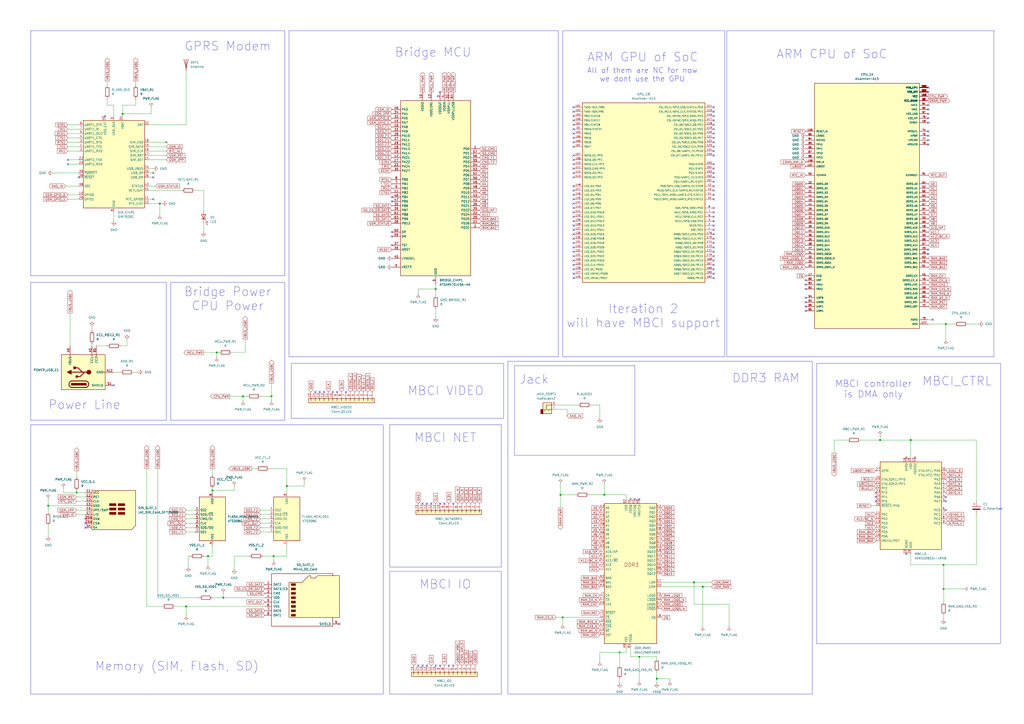
<source format=kicad_sch>
(kicad_sch (version 20231120) (generator "eeschema") (generator_version "8.0")
  (paper "A2")
  (title_block (title "Phone motherboard") (date "2024-06-19") (rev "10") (company "Zeta"))
  (junction (at 402.59 337.82))
  (junction (at 71.12 66.04))
  (junction (at 129.54 346.71))
  (junction (at 547.37 327.66))
  (junction (at 140.97 229.87))
  (junction (at 123.19 284.48))
  (junction (at 548.64 187.96))
  (junction (at 157.48 229.87))
  (junction (at 350.52 287.02))
  (junction (at 528.32 255.27))
  (junction (at 326.39 358.14))
  (junction (at 92.71 118.11))
  (junction (at 359.41 378.46))
  (junction (at 407.67 340.36))
  (junction (at 325.12 287.02))
  (junction (at 125.73 204.47))
  (junction (at 44.45 285.75))
  (junction (at 547.37 341.63))
  (junction (at 107.95 351.79))
  (junction (at 381 393.7))
  (junction (at 120.65 322.58))
  (junction (at 370.84 381))
  (junction (at 166.37 281.94))
  (junction (at 252.73 167.64))
  (junction (at 158.75 322.58))
  (junction (at 27.94 293.37))
  (junction (at 510.54 255.27))
  (no_connect (at 538.48 147.32))
  (no_connect (at 332.74 151.13))
  (no_connect (at 414.02 115.57))
  (no_connect (at 227.33 116.84))
  (no_connect (at 332.74 120.65))
  (no_connect (at 332.74 97.79))
  (no_connect (at 414.02 62.23))
  (no_connect (at 548.64 295.91))
  (no_connect (at 414.02 123.19))
  (no_connect (at 541.02 185.42))
  (no_connect (at 49.53 306.07))
  (no_connect (at 332.74 92.71))
  (no_connect (at 245.11 292.1))
  (no_connect (at 414.02 74.93))
  (no_connect (at 538.48 71.12))
  (no_connect (at 370.84 289.56))
  (no_connect (at 332.74 67.31))
  (no_connect (at 414.02 105.41))
  (no_connect (at 414.02 156.21))
  (no_connect (at 247.65 292.1))
  (no_connect (at 414.02 113.03))
  (no_connect (at 332.74 115.57))
  (no_connect (at 49.53 303.53))
  (no_connect (at 538.48 81.28))
  (no_connect (at 548.64 288.29))
  (no_connect (at 414.02 125.73))
  (no_connect (at 530.86 265.43))
  (no_connect (at 227.33 142.24))
  (no_connect (at 414.02 97.79))
  (no_connect (at 242.57 386.08))
  (no_connect (at 538.48 60.96))
  (no_connect (at 414.02 82.55))
  (no_connect (at 257.81 292.1))
  (no_connect (at 45.72 102.87))
  (no_connect (at 332.74 82.55))
  (no_connect (at 332.74 64.77))
  (no_connect (at 538.48 83.82))
  (no_connect (at 200.66 227.33))
  (no_connect (at 414.02 153.67))
  (no_connect (at 414.02 100.33))
  (no_connect (at 39.37 92.71))
  (no_connect (at 250.19 292.1))
  (no_connect (at 414.02 158.75))
  (no_connect (at 332.74 143.51))
  (no_connect (at 368.3 289.56))
  (no_connect (at 247.65 386.08))
  (no_connect (at 332.74 80.01))
  (no_connect (at 414.02 110.49))
  (no_connect (at 414.02 140.97))
  (no_connect (at 227.33 137.16))
  (no_connect (at 255.27 53.34))
  (no_connect (at 467.36 172.72))
  (no_connect (at 88.9 100.33))
  (no_connect (at 260.35 386.08))
  (no_connect (at 414.02 120.65))
  (no_connect (at 195.58 227.33))
  (no_connect (at 332.74 110.49))
  (no_connect (at 414.02 80.01))
  (no_connect (at 414.02 102.87))
  (no_connect (at 548.64 290.83))
  (no_connect (at 538.48 66.04))
  (no_connect (at 414.02 151.13))
  (no_connect (at 332.74 85.09))
  (no_connect (at 262.89 292.1))
  (no_connect (at 182.88 227.33))
  (no_connect (at 332.74 77.47))
  (no_connect (at 49.53 300.99))
  (no_connect (at 245.11 386.08))
  (no_connect (at 262.89 386.08))
  (no_connect (at 414.02 72.39))
  (no_connect (at 332.74 130.81))
  (no_connect (at 414.02 135.89))
  (no_connect (at 332.74 90.17))
  (no_connect (at 332.74 95.25))
  (no_connect (at 467.36 165.1))
  (no_connect (at 414.02 146.05))
  (no_connect (at 88.9 115.57))
  (no_connect (at 414.02 87.63))
  (no_connect (at 332.74 158.75))
  (no_connect (at 332.74 148.59))
  (no_connect (at 508 285.75))
  (no_connect (at 414.02 77.47))
  (no_connect (at 414.02 85.09))
  (no_connect (at 414.02 148.59))
  (no_connect (at 332.74 113.03))
  (no_connect (at 414.02 161.29))
  (no_connect (at 538.48 76.2))
  (no_connect (at 467.36 162.56))
  (no_connect (at 196.85 361.95))
  (no_connect (at 332.74 72.39))
  (no_connect (at 414.02 64.77))
  (no_connect (at 332.74 133.35))
  (no_connect (at 332.74 69.85))
  (no_connect (at 467.36 180.34))
  (no_connect (at 227.33 114.3))
  (no_connect (at 332.74 123.19))
  (no_connect (at 365.76 289.56))
  (no_connect (at 414.02 95.25))
  (no_connect (at 508 288.29))
  (no_connect (at 332.74 102.87))
  (no_connect (at 332.74 128.27))
  (no_connect (at 332.74 161.29))
  (no_connect (at 414.02 107.95))
  (no_connect (at 332.74 74.93))
  (no_connect (at 332.74 153.67))
  (no_connect (at 414.02 128.27))
  (no_connect (at 185.42 227.33))
  (no_connect (at 255.27 292.1))
  (no_connect (at 193.04 227.33))
  (no_connect (at 414.02 90.17))
  (no_connect (at 60.96 67.31))
  (no_connect (at 227.33 134.62))
  (no_connect (at 538.48 50.8))
  (no_connect (at 538.48 63.5))
  (no_connect (at 332.74 62.23))
  (no_connect (at 414.02 138.43))
  (no_connect (at 538.48 78.74))
  (no_connect (at 414.02 133.35))
  (no_connect (at 187.96 227.33))
  (no_connect (at 252.73 386.08))
  (no_connect (at 467.36 175.26))
  (no_connect (at 414.02 67.31))
  (no_connect (at 332.74 107.95))
  (no_connect (at 39.37 95.25))
  (no_connect (at 525.78 321.31))
  (no_connect (at 538.48 68.58))
  (no_connect (at 332.74 118.11))
  (no_connect (at 96.52 82.55))
  (no_connect (at 467.36 177.8))
  (no_connect (at 332.74 146.05))
  (no_connect (at 538.48 144.78))
  (no_connect (at 332.74 138.43))
  (no_connect (at 414.02 143.51))
  (no_connect (at 467.36 167.64))
  (no_connect (at 538.48 53.34))
  (no_connect (at 332.74 135.89))
  (no_connect (at 332.74 140.97))
  (no_connect (at 414.02 69.85))
  (no_connect (at 332.74 100.33))
  (no_connect (at 525.78 265.43))
  (no_connect (at 332.74 156.21))
  (no_connect (at 332.74 125.73))
  (no_connect (at 66.04 223.52))
  (no_connect (at 88.9 102.87))
  (no_connect (at 508 290.83))
  (no_connect (at 414.02 130.81))
  (no_connect (at 255.27 386.08))
  (wire (pts (xy 547.37 341.63) (xy 547.37 349.25)))
  (wire (pts (xy 252.73 165.1) (xy 252.73 167.64)))
  (wire (pts (xy 120.65 322.58) (xy 118.11 322.58)))
  (wire (pts (xy 381 393.7) (xy 381 389.89)))
  (wire (pts (xy 27.94 304.8) (xy 27.94 311.15)))
  (wire (pts (xy 44.45 284.48) (xy 44.45 285.75)))
  (wire (pts (xy 69.85 200.66) (xy 73.66 200.66)))
  (wire (pts (xy 86.36 82.55) (xy 96.52 82.55)))
  (wire (pts (xy 66.04 128.27) (xy 66.04 123.19)))
  (wire (pts (xy 505.46 293.37) (xy 508 293.37)))
  (wire (pts (xy 402.59 350.52) (xy 402.59 337.82)))
  (wire (pts (xy 133.35 229.87) (xy 140.97 229.87)))
  (wire (pts (xy 365.76 375.92) (xy 365.76 381)))
  (wire (pts (xy 39.37 80.01) (xy 45.72 80.01)))
  (wire (pts (xy 151.13 308.61) (xy 156.21 308.61)))
  (wire (pts (xy 27.94 289.56) (xy 27.94 293.37)))
  (wire (pts (xy 39.37 74.93) (xy 45.72 74.93)))
  (wire (pts (xy 151.13 303.53) (xy 156.21 303.53)))
  (wire (pts (xy 123.19 284.48) (xy 123.19 285.75)))
  (wire (pts (xy 151.13 306.07) (xy 156.21 306.07)))
  (wire (pts (xy 44.45 288.29) (xy 49.53 288.29)))
  (wire (pts (xy 91.44 346.71) (xy 91.44 271.78)))
  (wire (pts (xy 92.71 118.11) (xy 86.36 118.11)))
  (wire (pts (xy 62.23 57.15) (xy 62.23 60.96)))
  (wire (pts (xy 123.19 316.23) (xy 123.19 322.58)))
  (wire (pts (xy 96.52 85.09) (xy 86.36 85.09)))
  (wire (pts (xy 107.95 303.53) (xy 113.03 303.53)))
  (wire (pts (xy 538.48 185.42) (xy 541.02 185.42)))
  (wire (pts (xy 86.36 110.49) (xy 105.41 110.49)))
  (wire (pts (xy 566.42 255.27) (xy 566.42 290.83)))
  (wire (pts (xy 359.41 378.46) (xy 363.22 378.46)))
  (wire (pts (xy 107.95 295.91) (xy 113.03 295.91)))
  (wire (pts (xy 325.12 294.64) (xy 325.12 287.02)))
  (wire (pts (xy 146.05 271.78) (xy 148.59 271.78)))
  (wire (pts (xy 158.75 325.12) (xy 158.75 322.58)))
  (wire (pts (xy 140.97 229.87) (xy 143.51 229.87)))
  (wire (pts (xy 109.22 328.93) (xy 109.22 322.58)))
  (wire (pts (xy 510.54 255.27) (xy 510.54 252.73)))
  (wire (pts (xy 510.54 255.27) (xy 528.32 255.27)))
  (wire (pts (xy 73.66 196.85) (xy 73.66 200.66)))
  (wire (pts (xy 129.54 346.71) (xy 123.19 346.71)))
  (wire (pts (xy 85.09 271.78) (xy 85.09 351.79)))
  (wire (pts (xy 528.32 327.66) (xy 547.37 327.66)))
  (wire (pts (xy 547.37 327.66) (xy 566.42 327.66)))
  (wire (pts (xy 36.83 285.75) (xy 44.45 285.75)))
  (wire (pts (xy 363.22 287.02) (xy 363.22 289.56)))
  (wire (pts (xy 491.49 255.27) (xy 483.87 255.27)))
  (wire (pts (xy 135.89 284.48) (xy 123.19 284.48)))
  (wire (pts (xy 107.95 351.79) (xy 107.95 356.87)))
  (wire (pts (xy 39.37 95.25) (xy 45.72 95.25)))
  (wire (pts (xy 107.95 306.07) (xy 113.03 306.07)))
  (wire (pts (xy 422.91 350.52) (xy 402.59 350.52)))
  (wire (pts (xy 96.52 90.17) (xy 86.36 90.17)))
  (wire (pts (xy 27.94 293.37) (xy 49.53 293.37)))
  (wire (pts (xy 328.93 237.49) (xy 322.58 237.49)))
  (wire (pts (xy 326.39 358.14) (xy 347.98 358.14)))
  (wire (pts (xy 40.64 181.61) (xy 40.64 200.66)))
  (wire (pts (xy 383.54 340.36) (xy 407.67 340.36)))
  (wire (pts (xy 27.94 293.37) (xy 27.94 297.18)))
  (wire (pts (xy 88.9 97.79) (xy 86.36 97.79)))
  (wire (pts (xy 166.37 322.58) (xy 158.75 322.58)))
  (wire (pts (xy 547.37 356.87) (xy 547.37 359.41)))
  (wire (pts (xy 62.23 60.96) (xy 66.04 60.96)))
  (wire (pts (xy 140.97 229.87) (xy 140.97 232.41)))
  (wire (pts (xy 107.95 72.39) (xy 107.95 41.91)))
  (wire (pts (xy 118.11 204.47) (xy 125.73 204.47)))
  (wire (pts (xy 561.34 187.96) (xy 567.69 187.96)))
  (wire (pts (xy 365.76 381) (xy 370.84 381)))
  (wire (pts (xy 39.37 115.57) (xy 45.72 115.57)))
  (wire (pts (xy 86.36 92.71) (xy 96.52 92.71)))
  (wire (pts (xy 176.53 281.94) (xy 166.37 281.94)))
  (wire (pts (xy 166.37 316.23) (xy 166.37 322.58)))
  (wire (pts (xy 53.34 199.39) (xy 53.34 200.66)))
  (wire (pts (xy 39.37 82.55) (xy 45.72 82.55)))
  (wire (pts (xy 528.32 255.27) (xy 566.42 255.27)))
  (wire (pts (xy 44.45 298.45) (xy 49.53 298.45)))
  (wire (pts (xy 123.19 322.58) (xy 120.65 322.58)))
  (wire (pts (xy 548.64 187.96) (xy 548.64 196.85)))
  (wire (pts (xy 87.63 66.04) (xy 71.12 66.04)))
  (wire (pts (xy 252.73 167.64) (xy 252.73 171.45)))
  (wire (pts (xy 85.09 351.79) (xy 93.98 351.79)))
  (wire (pts (xy 78.74 60.96) (xy 71.12 60.96)))
  (wire (pts (xy 381 381) (xy 381 382.27)))
  (wire (pts (xy 359.41 396.24) (xy 359.41 393.7)))
  (wire (pts (xy 129.54 344.17) (xy 129.54 346.71)))
  (wire (pts (xy 499.11 255.27) (xy 510.54 255.27)))
  (wire (pts (xy 44.45 295.91) (xy 49.53 295.91)))
  (wire (pts (xy 412.75 337.82) (xy 402.59 337.82)))
  (wire (pts (xy 548.64 187.96) (xy 553.72 187.96)))
  (wire (pts (xy 77.47 215.9) (xy 80.01 215.9)))
  (wire (pts (xy 547.37 341.63) (xy 558.8 341.63)))
  (wire (pts (xy 118.11 110.49) (xy 118.11 121.92)))
  (wire (pts (xy 388.62 394.97) (xy 388.62 393.7)))
  (wire (pts (xy 157.48 229.87) (xy 157.48 232.41)))
  (wire (pts (xy 142.24 196.85) (xy 142.24 204.47)))
  (wire (pts (xy 363.22 378.46) (xy 363.22 375.92)))
  (wire (pts (xy 39.37 77.47) (xy 45.72 77.47)))
  (wire (pts (xy 36.83 283.21) (xy 36.83 285.75)))
  (wire (pts (xy 39.37 113.03) (xy 45.72 113.03)))
  (wire (pts (xy 407.67 340.36) (xy 412.75 340.36)))
  (wire (pts (xy 322.58 358.14) (xy 326.39 358.14)))
  (wire (pts (xy 107.95 308.61) (xy 113.03 308.61)))
  (wire (pts (xy 347.98 234.95) (xy 342.9 234.95)))
  (wire (pts (xy 370.84 381) (xy 370.84 394.97)))
  (wire (pts (xy 93.98 118.11) (xy 92.71 118.11)))
  (wire (pts (xy 158.75 322.58) (xy 152.4 322.58)))
  (wire (pts (xy 135.89 322.58) (xy 135.89 330.2)))
  (wire (pts (xy 66.04 60.96) (xy 66.04 67.31)))
  (wire (pts (xy 107.95 298.45) (xy 113.03 298.45)))
  (wire (pts (xy 151.13 229.87) (xy 157.48 229.87)))
  (wire (pts (xy 87.63 62.23) (xy 87.63 66.04)))
  (wire (pts (xy 86.36 87.63) (xy 96.52 87.63)))
  (wire (pts (xy 62.23 46.99) (xy 62.23 49.53)))
  (wire (pts (xy 350.52 287.02) (xy 363.22 287.02)))
  (wire (pts (xy 335.28 234.95) (xy 322.58 234.95)))
  (wire (pts (xy 359.41 378.46) (xy 359.41 386.08)))
  (wire (pts (xy 153.67 346.71) (xy 129.54 346.71)))
  (wire (pts (xy 118.11 134.62) (xy 118.11 129.54)))
  (wire (pts (xy 538.48 187.96) (xy 548.64 187.96)))
  (wire (pts (xy 547.37 327.66) (xy 547.37 341.63)))
  (wire (pts (xy 90.17 107.95) (xy 86.36 107.95)))
  (wire (pts (xy 71.12 60.96) (xy 71.12 66.04)))
  (wire (pts (xy 107.95 300.99) (xy 113.03 300.99)))
  (wire (pts (xy 30.48 100.33) (xy 45.72 100.33)))
  (wire (pts (xy 134.62 204.47) (xy 142.24 204.47)))
  (wire (pts (xy 407.67 340.36) (xy 407.67 363.22)))
  (wire (pts (xy 422.91 350.52) (xy 422.91 363.22)))
  (wire (pts (xy 44.45 273.05) (xy 44.45 276.86)))
  (wire (pts (xy 381 396.24) (xy 381 393.7)))
  (wire (pts (xy 66.04 215.9) (xy 69.85 215.9)))
  (wire (pts (xy 242.57 167.64) (xy 242.57 170.18)))
  (wire (pts (xy 39.37 85.09) (xy 45.72 85.09)))
  (wire (pts (xy 39.37 72.39) (xy 45.72 72.39)))
  (wire (pts (xy 151.13 300.99) (xy 156.21 300.99)))
  (wire (pts (xy 381 393.7) (xy 388.62 393.7)))
  (wire (pts (xy 44.45 290.83) (xy 49.53 290.83)))
  (wire (pts (xy 109.22 322.58) (xy 110.49 322.58)))
  (wire (pts (xy 88.9 100.33) (xy 86.36 100.33)))
  (wire (pts (xy 350.52 280.67) (xy 350.52 287.02)))
  (wire (pts (xy 39.37 87.63) (xy 45.72 87.63)))
  (wire (pts (xy 157.48 222.25) (xy 157.48 229.87)))
  (wire (pts (xy 566.42 298.45) (xy 566.42 327.66)))
  (wire (pts (xy 347.98 378.46) (xy 359.41 378.46)))
  (wire (pts (xy 325.12 280.67) (xy 325.12 287.02)))
  (wire (pts (xy 38.1 107.95) (xy 45.72 107.95)))
  (wire (pts (xy 328.93 241.3) (xy 328.93 237.49)))
  (wire (pts (xy 166.37 285.75) (xy 166.37 281.94)))
  (wire (pts (xy 123.19 271.78) (xy 123.19 275.59)))
  (wire (pts (xy 39.37 92.71) (xy 45.72 92.71)))
  (wire (pts (xy 252.73 184.15) (xy 252.73 179.07)))
  (wire (pts (xy 252.73 167.64) (xy 242.57 167.64)))
  (wire (pts (xy 107.95 351.79) (xy 153.67 351.79)))
  (wire (pts (xy 78.74 46.99) (xy 78.74 49.53)))
  (wire (pts (xy 91.44 346.71) (xy 115.57 346.71)))
  (wire (pts (xy 92.71 124.46) (xy 92.71 118.11)))
  (wire (pts (xy 166.37 281.94) (xy 166.37 271.78)))
  (wire (pts (xy 71.12 66.04) (xy 71.12 67.31)))
  (wire (pts (xy 370.84 381) (xy 381 381)))
  (wire (pts (xy 86.36 72.39) (xy 107.95 72.39)))
  (wire (pts (xy 123.19 283.21) (xy 123.19 284.48)))
  (wire (pts (xy 101.6 351.79) (xy 107.95 351.79)))
  (wire (pts (xy 483.87 262.89) (xy 483.87 255.27)))
  (wire (pts (xy 135.89 281.94) (xy 135.89 284.48)))
  (wire (pts (xy 55.88 200.66) (xy 62.23 200.66)))
  (wire (pts (xy 125.73 204.47) (xy 125.73 207.01)))
  (wire (pts (xy 176.53 279.4) (xy 176.53 281.94)))
  (wire (pts (xy 120.65 322.58) (xy 120.65 327.66)))
  (wire (pts (xy 78.74 60.96) (xy 78.74 57.15)))
  (wire (pts (xy 528.32 327.66) (xy 528.32 321.31)))
  (wire (pts (xy 118.11 110.49) (xy 113.03 110.49)))
  (wire (pts (xy 166.37 271.78) (xy 156.21 271.78)))
  (wire (pts (xy 144.78 322.58) (xy 135.89 322.58)))
  (wire (pts (xy 151.13 298.45) (xy 156.21 298.45)))
  (wire (pts (xy 326.39 358.14) (xy 326.39 361.95)))
  (wire (pts (xy 151.13 295.91) (xy 156.21 295.91)))
  (wire (pts (xy 88.9 102.87) (xy 86.36 102.87)))
  (wire (pts (xy 341.63 287.02) (xy 350.52 287.02)))
  (wire (pts (xy 347.98 383.54) (xy 347.98 378.46)))
  (wire (pts (xy 44.45 285.75) (xy 49.53 285.75)))
  (wire (pts (xy 334.01 287.02) (xy 325.12 287.02)))
  (wire (pts (xy 383.54 337.82) (xy 402.59 337.82)))
  (wire (pts (xy 125.73 204.47) (xy 127 204.47)))
  (wire (pts (xy 88.9 115.57) (xy 86.36 115.57)))
  (wire (pts (xy 528.32 255.27) (xy 528.32 265.43)))
  (wire (pts (xy 347.98 242.57) (xy 347.98 234.95)))
  (wire (pts (xy 53.34 189.23) (xy 53.34 191.77)))
  (rectangle (start 17.78 17.78) (end 165.1 160.02))
  (rectangle (start 294.64 209.55) (end 471.17 402.59))
  (rectangle (start 99.06 163.83) (end 165.1 243.84))
  (rectangle (start 326.39 17.78) (end 420.37 207.01))
  (rectangle (start 421.64 17.78) (end 576.58 207.01))
  (rectangle (start 226.06 331.47) (end 290.83 402.59))
  (rectangle (start 167.64 17.78) (end 323.85 207.01))
  (rectangle (start 168.91 210.82) (end 292.1 242.57))
  (rectangle (start 17.78 246.38) (end 222.25 402.59))
  (rectangle (start 473.71 210.82) (end 580.39 373.38))
  (rectangle (start 226.06 246.38) (end 290.83 328.93))
  (rectangle (start 17.78 163.83) (end 96.52 243.84))
  (rectangle (start 298.45 212.09) (end 368.3 264.16))
  (text "Jack" (exclude_from_sim yes) (at 309.88 220.218 0) (effects (font (size 5.08 5.08))))
  (text "Bridge Power\nCPU Power" (exclude_from_sim yes) (at 132.08 173.482 0) (effects (font (size 5.08 5.08))))
  (text "MBCI_CTRL" (exclude_from_sim yes) (at 555.244 221.234 0) (effects (font (size 5.08 5.08))))
  (text "Bridge MCU" (exclude_from_sim yes) (at 251.206 30.48 0) (effects (font (size 5.08 5.08))))
  (text "Memory (SIM, Flash, SD)" (exclude_from_sim yes) (at 102.616 386.588 0) (effects (font (size 5.08 5.08))))
  (text "ARM GPU of SoC" (exclude_from_sim yes) (at 372.872 33.274 0) (effects (font (size 5.08 5.08))))
  (text "Iteration 2\nwill have MBCI support" (exclude_from_sim yes) (at 373.126 183.388 0) (effects (font (size 5.08 5.08))))
  (text "ARM CPU of SoC" (exclude_from_sim yes) (at 482.6 31.496 0) (effects (font (size 5.08 5.08))))
  (text "MBCI controller\nis DMA only" (exclude_from_sim yes) (at 506.73 225.806 0) (effects (font (size 3.81 3.81))))
  (text "Power Line" (exclude_from_sim yes) (at 49.022 234.95 0) (effects (font (size 5.08 5.08))))
  (text "MBCI IO" (exclude_from_sim yes) (at 258.318 339.09 0) (effects (font (size 5.08 5.08))))
  (text "MBCI NET" (exclude_from_sim yes) (at 258.318 254 0) (effects (font (size 5.08 5.08))))
  (text "DDR3 RAM" (exclude_from_sim yes) (at 444.246 219.456 0) (effects (font (size 5.08 5.08))))
  (text "GPRS Modem" (exclude_from_sim yes) (at 132.08 26.924 0) (effects (font (size 5.08 5.08))))
  (text "All of them are NC for now\nwe dont use the GPU" (exclude_from_sim yes) (at 372.618 43.434 0) (effects (font (size 3.048 3.048))))
  (text "MBCI VIDEO" (exclude_from_sim yes) (at 258.572 226.822 0) (effects (font (size 5.08 5.08))))
  (global_label "CLK" (shape input) (at 252.73 292.1 90) (property "Intersheetrefs" "${INTERSHEET_REFS}" (effects (hide yes))))
  (global_label "A3" (shape input) (at 347.98 302.26 180) (property "Intersheetrefs" "${INTERSHEET_REFS}" (effects (hide yes))))
  (global_label "AVAIL_N" (shape input) (at 265.43 292.1 90) (property "Intersheetrefs" "${INTERSHEET_REFS}" (effects (hide yes))))
  (global_label "A2" (shape input) (at 347.98 299.72 180) (property "Intersheetrefs" "${INTERSHEET_REFS}" (effects (hide yes))))
  (global_label "DQ15" (shape input) (at 467.36 144.78 180) (property "Intersheetrefs" "${INTERSHEET_REFS}" (effects (hide yes))))
  (global_label "CMD_F1" (shape input) (at 278.13 91.44 0) (property "Intersheetrefs" "${INTERSHEET_REFS}" (effects (hide yes))))
  (global_label "DQ04" (shape input) (at 467.36 116.84 180) (property "Intersheetrefs" "${INTERSHEET_REFS}" (effects (hide yes))))
  (global_label "3.3V" (shape input) (at 198.12 227.33 90) (property "Intersheetrefs" "${INTERSHEET_REFS}" (effects (hide yes))))
  (global_label "DQ06" (shape input) (at 383.54 309.88 0) (property "Intersheetrefs" "${INTERSHEET_REFS}" (effects (hide yes))))
  (global_label "DQ02" (shape input) (at 383.54 299.72 0) (property "Intersheetrefs" "${INTERSHEET_REFS}" (effects (hide yes))))
  (global_label "SD2_F2" (shape input) (at 227.33 83.82 180) (property "Intersheetrefs" "${INTERSHEET_REFS}" (effects (hide yes))))
  (global_label "CTS1" (shape input) (at 227.33 111.76 180) (property "Intersheetrefs" "${INTERSHEET_REFS}" (effects (hide yes))))
  (global_label "DRAM_PWR" (shape output) (at 325.12 294.64 270) (property "Intersheetrefs" "${INTERSHEET_REFS}" (effects (hide yes))))
  (global_label "DQ08" (shape input) (at 467.36 127 180) (property "Intersheetrefs" "${INTERSHEET_REFS}" (effects (hide yes))))
  (global_label "TX1" (shape input) (at 227.33 106.68 180) (property "Intersheetrefs" "${INTERSHEET_REFS}" (effects (hide yes))))
  (global_label "A6" (shape input) (at 347.98 309.88 180) (property "Intersheetrefs" "${INTERSHEET_REFS}" (effects (hide yes))))
  (global_label "VBUS_USBC" (shape output) (at 62.23 46.99 90) (property "Intersheetrefs" "${INTERSHEET_REFS}" (effects (hide yes))))
  (global_label "RAM_LDQS" (shape input) (at 467.36 152.4 180) (property "Intersheetrefs" "${INTERSHEET_REFS}" (effects (hide yes))))
  (global_label "GSM_GPIO_0" (shape input) (at 39.37 113.03 180) (property "Intersheetrefs" "${INTERSHEET_REFS}" (effects (hide yes))))
  (global_label "RAM_BA0" (shape input) (at 538.48 149.86 0) (property "Intersheetrefs" "${INTERSHEET_REFS}" (effects (hide yes))))
  (global_label "CONN_NMI_N" (shape input) (at 267.97 386.08 90) (property "Intersheetrefs" "${INTERSHEET_REFS}" (effects (hide yes))))
  (global_label "RTC_OUT" (shape input) (at 151.13 303.53 180) (property "Intersheetrefs" "${INTERSHEET_REFS}" (effects (hide yes))))
  (global_label "DQ15" (shape input) (at 383.54 332.74 0) (property "Intersheetrefs" "${INTERSHEET_REFS}" (effects (hide yes))))
  (global_label "RAM_LDQS_N" (shape input) (at 383.54 347.98 0) (property "Intersheetrefs" "${INTERSHEET_REFS}" (effects (hide yes))))
  (global_label "RAM_UDQS_N" (shape input) (at 383.54 353.06 0) (property "Intersheetrefs" "${INTERSHEET_REFS}" (effects (hide yes))))
  (global_label "SD3_F1" (shape input) (at 227.33 76.2 180) (property "Intersheetrefs" "${INTERSHEET_REFS}" (effects (hide yes))))
  (global_label "ALPHA_V" (shape input) (at 208.28 227.33 90) (property "Intersheetrefs" "${INTERSHEET_REFS}" (effects (hide yes))))
  (global_label "GREEN_V" (shape input) (at 213.36 227.33 90) (property "Intersheetrefs" "${INTERSHEET_REFS}" (effects (hide yes))))
  (global_label "A6" (shape input) (at 538.48 121.92 0) (property "Intersheetrefs" "${INTERSHEET_REFS}" (effects (hide yes))))
  (global_label "DQ14" (shape input) (at 467.36 142.24 180) (property "Intersheetrefs" "${INTERSHEET_REFS}" (effects (hide yes))))
  (global_label "RAM_CKE" (shape input) (at 347.98 350.52 180) (property "Intersheetrefs" "${INTERSHEET_REFS}" (effects (hide yes))))
  (global_label "DAT3_N" (shape input) (at 270.51 292.1 90) (property "Intersheetrefs" "${INTERSHEET_REFS}" (effects (hide yes))))
  (global_label "SD0_F2" (shape input) (at 227.33 88.9 180) (property "Intersheetrefs" "${INTERSHEET_REFS}" (effects (hide yes))))
  (global_label "A11" (shape input) (at 538.48 134.62 0) (property "Intersheetrefs" "${INTERSHEET_REFS}" (effects (hide yes))))
  (global_label "A1" (shape input) (at 538.48 109.22 0) (property "Intersheetrefs" "${INTERSHEET_REFS}" (effects (hide yes))))
  (global_label "VBUS_USBC" (shape output) (at 142.24 196.85 90) (property "Intersheetrefs" "${INTERSHEET_REFS}" (effects (hide yes))))
  (global_label "A2" (shape input) (at 278.13 101.6 0) (property "Intersheetrefs" "${INTERSHEET_REFS}" (effects (hide yes))))
  (global_label "RED_V" (shape input) (at 508 278.13 180) (property "Intersheetrefs" "${INTERSHEET_REFS}" (effects (hide yes))))
  (global_label "SD2_F1" (shape input) (at 107.95 295.91 180) (property "Intersheetrefs" "${INTERSHEET_REFS}" (effects (hide yes))))
  (global_label "GND" (shape input) (at 242.57 292.1 90) (property "Intersheetrefs" "${INTERSHEET_REFS}" (effects (hide yes))))
  (global_label "A1" (shape input) (at 347.98 297.18 180) (property "Intersheetrefs" "${INTERSHEET_REFS}" (effects (hide yes))))
  (global_label "RAM_ODT" (shape input) (at 347.98 368.3 180) (property "Intersheetrefs" "${INTERSHEET_REFS}" (effects (hide yes))))
  (global_label "VBUS_USBC" (shape output) (at 40.64 181.61 90) (property "Intersheetrefs" "${INTERSHEET_REFS}" (effects (hide yes))))
  (global_label "MCU_PWR" (shape output) (at 118.11 204.47 180) (property "Intersheetrefs" "${INTERSHEET_REFS}" (effects (hide yes))))
  (global_label "SD1_F1" (shape input) (at 227.33 81.28 180) (property "Intersheetrefs" "${INTERSHEET_REFS}" (effects (hide yes))))
  (global_label "RAM_UDQS" (shape input) (at 383.54 350.52 0) (property "Intersheetrefs" "${INTERSHEET_REFS}" (effects (hide yes))))
  (global_label "A12{slash}BC_N" (shape input) (at 347.98 325.12 180) (property "Intersheetrefs" "${INTERSHEET_REFS}" (effects (hide yes))))
  (global_label "SD_CD_OR_DAT3" (shape input) (at 153.67 341.63 180) (property "Intersheetrefs" "${INTERSHEET_REFS}" (effects (hide yes))))
  (global_label "RESET" (shape input) (at 273.05 386.08 90) (property "Intersheetrefs" "${INTERSHEET_REFS}" (effects (hide yes))))
  (global_label "CONN_NMI_N" (shape input) (at 467.36 93.98 180) (property "Intersheetrefs" "${INTERSHEET_REFS}" (effects (hide yes))))
  (global_label "DAT2_N" (shape input) (at 273.05 292.1 90) (property "Intersheetrefs" "${INTERSHEET_REFS}" (effects (hide yes))))
  (global_label "AVAIL_N" (shape input) (at 548.64 273.05 0) (property "Intersheetrefs" "${INTERSHEET_REFS}" (effects (hide yes))))
  (global_label "SD0_F1" (shape input) (at 227.33 78.74 180) (property "Intersheetrefs" "${INTERSHEET_REFS}" (effects (hide yes))))
  (global_label "RAM_WE_N" (shape input) (at 538.48 172.72 0) (property "Intersheetrefs" "${INTERSHEET_REFS}" (effects (hide yes))))
  (global_label "RAM_BA0" (shape input) (at 278.13 127 0) (property "Intersheetrefs" "${INTERSHEET_REFS}" (effects (hide yes))))
  (global_label "GSM_GPIO_1" (shape input) (at 39.37 115.57 180) (property "Intersheetrefs" "${INTERSHEET_REFS}" (effects (hide yes))))
  (global_label "DQ02" (shape input) (at 467.36 111.76 180) (property "Intersheetrefs" "${INTERSHEET_REFS}" (effects (hide yes))))
  (global_label "DQ09" (shape input) (at 383.54 317.5 0) (property "Intersheetrefs" "${INTERSHEET_REFS}" (effects (hide yes))))
  (global_label "DQ05" (shape input) (at 467.36 119.38 180) (property "Intersheetrefs" "${INTERSHEET_REFS}" (effects (hide yes))))
  (global_label "HSYNC_V" (shape input) (at 548.64 300.99 0) (property "Intersheetrefs" "${INTERSHEET_REFS}" (effects (hide yes))))
  (global_label "SD_CD_OR_DAT3" (shape input) (at 227.33 121.92 180) (property "Intersheetrefs" "${INTERSHEET_REFS}" (effects (hide yes))))
  (global_label "DAT2_N" (shape input) (at 548.64 280.67 0) (property "Intersheetrefs" "${INTERSHEET_REFS}" (effects (hide yes))))
  (global_label "RAM_UDQS_N" (shape input) (at 467.36 149.86 180) (property "Intersheetrefs" "${INTERSHEET_REFS}" (effects (hide yes))))
  (global_label "DQ03" (shape input) (at 467.36 114.3 180) (property "Intersheetrefs" "${INTERSHEET_REFS}" (effects (hide yes))))
  (global_label "DAT4_N" (shape input) (at 548.64 275.59 0) (property "Intersheetrefs" "${INTERSHEET_REFS}" (effects (hide yes))))
  (global_label "SD_DAT0" (shape input) (at 153.67 354.33 180) (property "Intersheetrefs" "${INTERSHEET_REFS}" (effects (hide yes))))
  (global_label "A11" (shape input) (at 347.98 322.58 180) (property "Intersheetrefs" "${INTERSHEET_REFS}" (effects (hide yes))))
  (global_label "DQ12" (shape input) (at 467.36 137.16 180) (property "Intersheetrefs" "${INTERSHEET_REFS}" (effects (hide yes))))
  (global_label "SD1_F1" (shape input) (at 107.95 308.61 180) (property "Intersheetrefs" "${INTERSHEET_REFS}" (effects (hide yes))))
  (global_label "A0" (shape input) (at 278.13 96.52 0) (property "Intersheetrefs" "${INTERSHEET_REFS}" (effects (hide yes))))
  (global_label "A11" (shape input) (at 508 298.45 180) (property "Intersheetrefs" "${INTERSHEET_REFS}" (effects (hide yes))))
  (global_label "DQ07" (shape input) (at 467.36 124.46 180) (property "Intersheetrefs" "${INTERSHEET_REFS}" (effects (hide yes))))
  (global_label "A6" (shape input) (at 278.13 111.76 0) (property "Intersheetrefs" "${INTERSHEET_REFS}" (effects (hide yes))))
  (global_label "SD0_F1" (shape input) (at 107.95 306.07 180) (property "Intersheetrefs" "${INTERSHEET_REFS}" (effects (hide yes))))
  (global_label "UBOOT_MBCI" (shape input) (at 508 273.05 180) (property "Intersheetrefs" "${INTERSHEET_REFS}" (effects (hide yes))))
  (global_label "VBUS_USBC" (shape output) (at 78.74 46.99 90) (property "Intersheetrefs" "${INTERSHEET_REFS}" (effects (hide yes))))
  (global_label "SD2_F2" (shape input) (at 151.13 295.91 180) (property "Intersheetrefs" "${INTERSHEET_REFS}" (effects (hide yes))))
  (global_label "CLK" (shape input) (at 190.5 227.33 90) (property "Intersheetrefs" "${INTERSHEET_REFS}" (effects (hide yes))))
  (global_label "SD_DAT1" (shape input) (at 227.33 127 180) (property "Intersheetrefs" "${INTERSHEET_REFS}" (effects (hide yes))))
  (global_label "RAM_BA1" (shape input) (at 347.98 337.82 180) (property "Intersheetrefs" "${INTERSHEET_REFS}" (effects (hide yes))))
  (global_label "VBUS_USBC" (shape output) (at 157.48 222.25 90) (property "Intersheetrefs" "${INTERSHEET_REFS}" (effects (hide yes))))
  (global_label "GSM_GPIO_0" (shape input) (at 227.33 68.58 180) (property "Intersheetrefs" "${INTERSHEET_REFS}" (effects (hide yes))))
  (global_label "SD_DAT1" (shape input) (at 153.67 356.87 180) (property "Intersheetrefs" "${INTERSHEET_REFS}" (effects (hide yes))))
  (global_label "A5" (shape input) (at 538.48 119.38 0) (property "Intersheetrefs" "${INTERSHEET_REFS}" (effects (hide yes))))
  (global_label "RAM_ODT" (shape input) (at 538.48 177.8 0) (property "Intersheetrefs" "${INTERSHEET_REFS}" (effects (hide yes))))
  (global_label "RAM_RAS_N" (shape input) (at 538.48 170.18 0) (property "Intersheetrefs" "${INTERSHEET_REFS}" (effects (hide yes))))
  (global_label "A5" (shape input) (at 278.13 109.22 0) (property "Intersheetrefs" "${INTERSHEET_REFS}" (effects (hide yes))))
  (global_label "A9" (shape input) (at 538.48 129.54 0) (property "Intersheetrefs" "${INTERSHEET_REFS}" (effects (hide yes))))
  (global_label "RAM_BA2" (shape input) (at 278.13 132.08 0) (property "Intersheetrefs" "${INTERSHEET_REFS}" (effects (hide yes))))
  (global_label "VBUS_USBC" (shape output) (at 123.19 271.78 90) (property "Intersheetrefs" "${INTERSHEET_REFS}" (effects (hide yes))))
  (global_label "DQ01" (shape input) (at 383.54 297.18 0) (property "Intersheetrefs" "${INTERSHEET_REFS}" (effects (hide yes))))
  (global_label "A12{slash}BC_N" (shape input) (at 508 300.99 180) (property "Intersheetrefs" "${INTERSHEET_REFS}" (effects (hide yes))))
  (global_label "A7" (shape input) (at 538.48 124.46 0) (property "Intersheetrefs" "${INTERSHEET_REFS}" (effects (hide yes))))
  (global_label "ALPHA_V" (shape input) (at 548.64 303.53 0) (property "Intersheetrefs" "${INTERSHEET_REFS}" (effects (hide yes))))
  (global_label "VBUS_USBC" (shape output) (at 146.05 271.78 180) (property "Intersheetrefs" "${INTERSHEET_REFS}" (effects (hide yes))))
  (global_label "VBUS_USBC" (shape output) (at 44.45 273.05 90) (property "Intersheetrefs" "${INTERSHEET_REFS}" (effects (hide yes))))
  (global_label "GSM_STATUS" (shape input) (at 90.17 107.95 0) (property "Intersheetrefs" "${INTERSHEET_REFS}" (effects (hide yes))))
  (global_label "SD3_F2" (shape input) (at 227.33 86.36 180) (property "Intersheetrefs" "${INTERSHEET_REFS}" (effects (hide yes))))
  (global_label "RI1" (shape input) (at 227.33 96.52 180) (property "Intersheetrefs" "${INTERSHEET_REFS}" (effects (hide yes))))
  (global_label "RAM_CK_N" (shape input) (at 538.48 162.56 0) (property "Intersheetrefs" "${INTERSHEET_REFS}" (effects (hide yes))))
  (global_label "BLUE_V" (shape input) (at 210.82 227.33 90) (property "Intersheetrefs" "${INTERSHEET_REFS}" (effects (hide yes))))
  (global_label "RESET" (shape input) (at 505.46 293.37 180) (property "Intersheetrefs" "${INTERSHEET_REFS}" (effects (hide yes))))
  (global_label "DQ10" (shape input) (at 467.36 132.08 180) (property "Intersheetrefs" "${INTERSHEET_REFS}" (effects (hide yes))))
  (global_label "RED_V" (shape input) (at 215.9 227.33 90) (property "Intersheetrefs" "${INTERSHEET_REFS}" (effects (hide yes))))
  (global_label "RAM_RST" (shape input) (at 347.98 355.6 180) (property "Intersheetrefs" "${INTERSHEET_REFS}" (effects (hide yes))))
  (global_label "SD_DAT0" (shape input) (at 227.33 124.46 180) (property "Intersheetrefs" "${INTERSHEET_REFS}" (effects (hide yes))))
  (global_label "DQ13" (shape input) (at 383.54 327.66 0) (property "Intersheetrefs" "${INTERSHEET_REFS}" (effects (hide yes))))
  (global_label "A13" (shape input) (at 538.48 139.7 0) (property "Intersheetrefs" "${INTERSHEET_REFS}" (effects (hide yes))))
  (global_label "A4" (shape input) (at 278.13 106.68 0) (property "Intersheetrefs" "${INTERSHEET_REFS}" (effects (hide yes))))
  (global_label "A11" (shape input) (at 278.13 124.46 0) (property "Intersheetrefs" "${INTERSHEET_REFS}" (effects (hide yes))))
  (global_label "A5" (shape input) (at 347.98 307.34 180) (property "Intersheetrefs" "${INTERSHEET_REFS}" (effects (hide yes))))
  (global_label "SD1_F2" (shape input) (at 151.13 308.61 180) (property "Intersheetrefs" "${INTERSHEET_REFS}" (effects (hide yes))))
  (global_label "A14" (shape input) (at 347.98 330.2 180) (property "Intersheetrefs" "${INTERSHEET_REFS}" (effects (hide yes))))
  (global_label "A10{slash}AP" (shape input) (at 278.13 121.92 0) (property "Intersheetrefs" "${INTERSHEET_REFS}" (effects (hide yes))))
  (global_label "RX1" (shape input) (at 39.37 87.63 180) (property "Intersheetrefs" "${INTERSHEET_REFS}" (effects (hide yes))))
  (global_label "RAM_BA1" (shape input) (at 508 311.15 180) (property "Intersheetrefs" "${INTERSHEET_REFS}" (effects (hide yes))))
  (global_label "RAM_BA2" (shape input) (at 508 308.61 180) (property "Intersheetrefs" "${INTERSHEET_REFS}" (effects (hide yes))))
  (global_label "A0" (shape input) (at 538.48 106.68 0) (property "Intersheetrefs" "${INTERSHEET_REFS}" (effects (hide yes))))
  (global_label "RAM_BA0" (shape input) (at 508 313.69 180) (property "Intersheetrefs" "${INTERSHEET_REFS}" (effects (hide yes))))
  (global_label "DQ03" (shape input) (at 383.54 302.26 0) (property "Intersheetrefs" "${INTERSHEET_REFS}" (effects (hide yes))))
  (global_label "DQ06" (shape input) (at 467.36 121.92 180) (property "Intersheetrefs" "${INTERSHEET_REFS}" (effects (hide yes))))
  (global_label "DAT4_N" (shape input) (at 267.97 292.1 90) (property "Intersheetrefs" "${INTERSHEET_REFS}" (effects (hide yes))))
  (global_label "MCU_PWR" (shape output) (at 262.89 53.34 90) (property "Intersheetrefs" "${INTERSHEET_REFS}" (effects (hide yes))))
  (global_label "RAM_BA2" (shape input) (at 538.48 154.94 0) (property "Intersheetrefs" "${INTERSHEET_REFS}" (effects (hide yes))))
  (global_label "DAT3_N" (shape input) (at 548.64 278.13 0) (property "Intersheetrefs" "${INTERSHEET_REFS}" (effects (hide yes))))
  (global_label "A12{slash}BC_N" (shape input) (at 538.48 137.16 0) (property "Intersheetrefs" "${INTERSHEET_REFS}" (effects (hide yes))))
  (global_label "CTS1" (shape input) (at 39.37 80.01 180) (property "Intersheetrefs" "${INTERSHEET_REFS}" (effects (hide yes))))
  (global_label "DQ08" (shape input) (at 383.54 314.96 0) (property "Intersheetrefs" "${INTERSHEET_REFS}" (effects (hide yes))))
  (global_label "SD3_F1" (shape input) (at 107.95 298.45 180) (property "Intersheetrefs" "${INTERSHEET_REFS}" (effects (hide yes))))
  (global_label "DQ00" (shape input) (at 383.54 294.64 0) (property "Intersheetrefs" "${INTERSHEET_REFS}" (effects (hide yes))))
  (global_label "RAM_CAS_N" (shape input) (at 538.48 167.64 0) (property "Intersheetrefs" "${INTERSHEET_REFS}" (effects (hide yes))))
  (global_label "A13" (shape input) (at 347.98 327.66 180) (property "Intersheetrefs" "${INTERSHEET_REFS}" (effects (hide yes))))
  (global_label "RTC_OUT" (shape input) (at 44.45 290.83 180) (property "Intersheetrefs" "${INTERSHEET_REFS}" (effects (hide yes))))
  (global_label "DQ04" (shape input) (at 383.54 304.8 0) (property "Intersheetrefs" "${INTERSHEET_REFS}" (effects (hide yes))))
  (global_label "SD2_F1" (shape input) (at 227.33 73.66 180) (property "Intersheetrefs" "${INTERSHEET_REFS}" (effects (hide yes))))
  (global_label "MCU_PWR" (shape output) (at 245.11 53.34 90) (property "Intersheetrefs" "${INTERSHEET_REFS}" (effects (hide yes))))
  (global_label "A10{slash}AP" (shape input) (at 347.98 320.04 180) (property "Intersheetrefs" "${INTERSHEET_REFS}" (effects (hide yes))))
  (global_label "DCD1" (shape input) (at 39.37 77.47 180) (property "Intersheetrefs" "${INTERSHEET_REFS}" (effects (hide yes))))
  (global_label "GSM_RST" (shape input) (at 44.45 288.29 180) (property "Intersheetrefs" "${INTERSHEET_REFS}" (effects (hide yes))))
  (global_label "GSM_IO" (shape input) (at 227.33 63.5 180) (property "Intersheetrefs" "${INTERSHEET_REFS}" (effects (hide yes))))
  (global_label "DCD1" (shape input) (at 227.33 99.06 180) (property "Intersheetrefs" "${INTERSHEET_REFS}" (effects (hide yes))))
  (global_label "UBOOT_MBCI" (shape input) (at 265.43 386.08 90) (property "Intersheetrefs" "${INTERSHEET_REFS}" (effects (hide yes))))
  (global_label "DAT1_N" (shape input) (at 548.64 283.21 0) (property "Intersheetrefs" "${INTERSHEET_REFS}" (effects (hide yes))))
  (global_label "RAM_BA1" (shape input) (at 278.13 129.54 0) (property "Intersheetrefs" "${INTERSHEET_REFS}" (effects (hide yes))))
  (global_label "SND_IN" (shape input) (at 328.93 241.3 0) (property "Intersheetrefs" "${INTERSHEET_REFS}" (effects (hide yes))))
  (global_label "RAM_BA0" (shape input) (at 347.98 335.28 180) (property "Intersheetrefs" "${INTERSHEET_REFS}" (effects (hide yes))))
  (global_label "GSM_VPP" (shape input) (at 44.45 295.91 180) (property "Intersheetrefs" "${INTERSHEET_REFS}" (effects (hide yes))))
  (global_label "CPU_PWR" (shape output) (at 538.48 55.88 0) (property "Intersheetrefs" "${INTERSHEET_REFS}" (effects (hide yes))))
  (global_label "DQ01" (shape input) (at 467.36 109.22 180) (property "Intersheetrefs" "${INTERSHEET_REFS}" (effects (hide yes))))
  (global_label "RESET" (shape input) (at 227.33 144.78 180) (property "Intersheetrefs" "${INTERSHEET_REFS}" (effects (hide yes))))
  (global_label "RAM_CAS_N" (shape input) (at 347.98 363.22 180) (property "Intersheetrefs" "${INTERSHEET_REFS}" (effects (hide yes))))
  (global_label "MCU_PWR" (shape output) (at 257.81 53.34 90) (property "Intersheetrefs" "${INTERSHEET_REFS}" (effects (hide yes))))
  (global_label "A7" (shape input) (at 278.13 114.3 0) (property "Intersheetrefs" "${INTERSHEET_REFS}" (effects (hide yes))))
  (global_label "RAM_CKE" (shape input) (at 538.48 165.1 0) (property "Intersheetrefs" "${INTERSHEET_REFS}" (effects (hide yes))))
  (global_label "A7" (shape input) (at 347.98 312.42 180) (property "Intersheetrefs" "${INTERSHEET_REFS}" (effects (hide yes))))
  (global_label "DQ14" (shape input) (at 383.54 330.2 0) (property "Intersheetrefs" "${INTERSHEET_REFS}" (effects (hide yes))))
  (global_label "A14" (shape input) (at 508 306.07 180) (property "Intersheetrefs" "${INTERSHEET_REFS}" (effects (hide yes))))
  (global_label "RAM_RAS_N" (shape input) (at 347.98 360.68 180) (property "Intersheetrefs" "${INTERSHEET_REFS}" (effects (hide yes))))
  (global_label "RAM_LDQS" (shape input) (at 383.54 345.44 0) (property "Intersheetrefs" "${INTERSHEET_REFS}" (effects (hide yes))))
  (global_label "A8" (shape input) (at 538.48 127 0) (property "Intersheetrefs" "${INTERSHEET_REFS}" (effects (hide yes))))
  (global_label "GSM_VPP" (shape input) (at 227.33 66.04 180) (property "Intersheetrefs" "${INTERSHEET_REFS}" (effects (hide yes))))
  (global_label "DAT0_N" (shape input) (at 278.13 292.1 90) (property "Intersheetrefs" "${INTERSHEET_REFS}" (effects (hide yes))))
  (global_label "RTC_OUT" (shape input) (at 107.95 303.53 180) (property "Intersheetrefs" "${INTERSHEET_REFS}" (effects (hide yes))))
  (global_label "ZQ" (shape input) (at 467.36 160.02 180) (property "Intersheetrefs" "${INTERSHEET_REFS}" (effects (hide yes))))
  (global_label "RAM_RST" (shape input) (at 538.48 175.26 0) (property "Intersheetrefs" "${INTERSHEET_REFS}" (effects (hide yes))))
  (global_label "GSM_GPIO_1" (shape input) (at 227.33 71.12 180) (property "Intersheetrefs" "${INTERSHEET_REFS}" (effects (hide yes))))
  (global_label "A13" (shape input) (at 508 303.53 180) (property "Intersheetrefs" "${INTERSHEET_REFS}" (effects (hide yes))))
  (global_label "DTR1" (shape input) (at 227.33 93.98 180) (property "Intersheetrefs" "${INTERSHEET_REFS}" (effects (hide yes))))
  (global_label "TX1" (shape input) (at 39.37 85.09 180) (property "Intersheetrefs" "${INTERSHEET_REFS}" (effects (hide yes))))
  (global_label "RX1" (shape input) (at 227.33 109.22 180) (property "Intersheetrefs" "${INTERSHEET_REFS}" (effects (hide yes))))
  (global_label "SND_IN" (shape input) (at 38.1 107.95 180) (property "Intersheetrefs" "${INTERSHEET_REFS}" (effects (hide yes))))
  (global_label "GSM_IO" (shape input) (at 44.45 298.45 180) (property "Intersheetrefs" "${INTERSHEET_REFS}" (effects (hide yes))))
  (global_label "VSYNC_V" (shape input) (at 548.64 298.45 0) (property "Intersheetrefs" "${INTERSHEET_REFS}" (effects (hide yes))))
  (global_label "A3" (shape input) (at 278.13 104.14 0) (property "Intersheetrefs" "${INTERSHEET_REFS}" (effects (hide yes))))
  (global_label "A2" (shape input) (at 538.48 111.76 0) (property "Intersheetrefs" "${INTERSHEET_REFS}" (effects (hide yes))))
  (global_label "VBUS_USBC" (shape output) (at 91.44 271.78 90) (property "Intersheetrefs" "${INTERSHEET_REFS}" (effects (hide yes))))
  (global_label "GND" (shape input) (at 180.34 227.33 90) (property "Intersheetrefs" "${INTERSHEET_REFS}" (effects (hide yes))))
  (global_label "RAM_UDQS" (shape input) (at 467.36 147.32 180) (property "Intersheetrefs" "${INTERSHEET_REFS}" (effects (hide yes))))
  (global_label "MCU_PWR" (shape output) (at 260.35 53.34 90) (property "Intersheetrefs" "${INTERSHEET_REFS}" (effects (hide yes))))
  (global_label "VBUS_USBC" (shape output) (at 483.87 262.89 270) (property "Intersheetrefs" "${INTERSHEET_REFS}" (effects (hide yes))))
  (global_label "RTC_IN" (shape input) (at 270.51 386.08 90) (property "Intersheetrefs" "${INTERSHEET_REFS}" (effects (hide yes))))
  (global_label "DTR1" (shape input) (at 39.37 72.39 180) (property "Intersheetrefs" "${INTERSHEET_REFS}" (effects (hide yes))))
  (global_label "GREEN_V" (shape input) (at 508 280.67 180) (property "Intersheetrefs" "${INTERSHEET_REFS}" (effects (hide yes))))
  (global_label "RAM_LDQS_N" (shape input) (at 467.36 154.94 180) (property "Intersheetrefs" "${INTERSHEET_REFS}" (effects (hide yes))))
  (global_label "RTS1" (shape input) (at 39.37 82.55 180) (property "Intersheetrefs" "${INTERSHEET_REFS}" (effects (hide yes))))
  (global_label "RAM_WE_N" (shape input) (at 347.98 365.76 180) (property "Intersheetrefs" "${INTERSHEET_REFS}" (effects (hide yes))))
  (global_label "A4" (shape input) (at 538.48 116.84 0) (property "Intersheetrefs" "${INTERSHEET_REFS}" (effects (hide yes))))
  (global_label "DQ09" (shape input) (at 467.36 129.54 180) (property "Intersheetrefs" "${INTERSHEET_REFS}" (effects (hide yes))))
  (global_label "DQ11" (shape input) (at 383.54 322.58 0) (property "Intersheetrefs" "${INTERSHEET_REFS}" (effects (hide yes))))
  (global_label "A0" (shape input) (at 347.98 294.64 180) (property "Intersheetrefs" "${INTERSHEET_REFS}" (effects (hide yes))))
  (global_label "A10{slash}AP" (shape input) (at 538.48 132.08 0) (property "Intersheetrefs" "${INTERSHEET_REFS}" (effects (hide yes))))
  (global_label "DQ07" (shape input) (at 383.54 312.42 0) (property "Intersheetrefs" "${INTERSHEET_REFS}" (effects (hide yes))))
  (global_label "RAM_BA2" (shape input) (at 347.98 340.36 180) (property "Intersheetrefs" "${INTERSHEET_REFS}" (effects (hide yes))))
  (global_label "A9" (shape input) (at 278.13 119.38 0) (property "Intersheetrefs" "${INTERSHEET_REFS}" (effects (hide yes))))
  (global_label "RESET" (shape input) (at 467.36 76.2 180) (property "Intersheetrefs" "${INTERSHEET_REFS}" (effects (hide yes))))
  (global_label "GND" (shape input) (at 240.03 386.08 90) (property "Intersheetrefs" "${INTERSHEET_REFS}" (effects (hide yes))))
  (global_label "UDM_RAM" (shape input) (at 412.75 340.36 0) (property "Intersheetrefs" "${INTERSHEET_REFS}" (effects (hide yes))))
  (global_label "SD3_F2" (shape input) (at 151.13 298.45 180) (property "Intersheetrefs" "${INTERSHEET_REFS}" (effects (hide yes))))
  (global_label "GSM_STATUS" (shape input) (at 227.33 129.54 180) (property "Intersheetrefs" "${INTERSHEET_REFS}" (effects (hide yes))))
  (global_label "SD_CMD" (shape input) (at 278.13 88.9 0) (property "Intersheetrefs" "${INTERSHEET_REFS}" (effects (hide yes))))
  (global_label "A8" (shape input) (at 347.98 314.96 180) (property "Intersheetrefs" "${INTERSHEET_REFS}" (effects (hide yes))))
  (global_label "GSM_IO" (shape input) (at 96.52 85.09 0) (property "Intersheetrefs" "${INTERSHEET_REFS}" (effects (hide yes))))
  (global_label "DAT0_N" (shape input) (at 548.64 285.75 0) (property "Intersheetrefs" "${INTERSHEET_REFS}" (effects (hide yes))))
  (global_label "HSYNC_V" (shape input) (at 205.74 227.33 90) (property "Intersheetrefs" "${INTERSHEET_REFS}" (effects (hide yes))))
  (global_label "RAM_CK" (shape input) (at 538.48 160.02 0) (property "Intersheetrefs" "${INTERSHEET_REFS}" (effects (hide yes))))
  (global_label "DQ05" (shape input) (at 383.54 307.34 0) (property "Intersheetrefs" "${INTERSHEET_REFS}" (effects (hide yes))))
  (global_label "3.3V" (shape input) (at 260.35 292.1 90) (property "Intersheetrefs" "${INTERSHEET_REFS}" (effects (hide yes))))
  (global_label "CMD_F2" (shape input) (at 278.13 93.98 0) (property "Intersheetrefs" "${INTERSHEET_REFS}" (effects (hide yes))))
  (global_label "UBOOT" (shape input) (at 467.36 96.52 180) (property "Intersheetrefs" "${INTERSHEET_REFS}" (effects (hide yes))))
  (global_label "SD1_F2" (shape input) (at 227.33 91.44 180) (property "Intersheetrefs" "${INTERSHEET_REFS}" (effects (hide yes))))
  (global_label "A9" (shape input) (at 347.98 317.5 180) (property "Intersheetrefs" "${INTERSHEET_REFS}" (effects (hide yes))))
  (global_label "SD_CMD" (shape input) (at 278.13 86.36 0) (property "Intersheetrefs" "${INTERSHEET_REFS}" (effects (hide yes))))
  (global_label "A3" (shape input) (at 538.48 114.3 0) (property "Intersheetrefs" "${INTERSHEET_REFS}" (effects (hide yes))))
  (global_label "A8" (shape input) (at 278.13 116.84 0) (property "Intersheetrefs" "${INTERSHEET_REFS}" (effects (hide yes))))
  (global_label "RTC_IN" (shape input) (at 467.36 101.6 180) (property "Intersheetrefs" "${INTERSHEET_REFS}" (effects (hide yes))))
  (global_label "CLK" (shape input) (at 250.19 386.08 90) (property "Intersheetrefs" "${INTERSHEET_REFS}" (effects (hide yes))))
  (global_label "A4" (shape input) (at 347.98 304.8 180) (property "Intersheetrefs" "${INTERSHEET_REFS}" (effects (hide yes))))
  (global_label "A1" (shape input) (at 278.13 99.06 0) (property "Intersheetrefs" "${INTERSHEET_REFS}" (effects (hide yes))))
  (global_label "A14" (shape input) (at 538.48 142.24 0) (property "Intersheetrefs" "${INTERSHEET_REFS}" (effects (hide yes))))
  (global_label "DQ10" (shape input) (at 383.54 320.04 0) (property "Intersheetrefs" "${INTERSHEET_REFS}" (effects (hide yes))))
  (global_label "RAM_BA1" (shape input) (at 538.48 152.4 0) (property "Intersheetrefs" "${INTERSHEET_REFS}" (effects (hide yes))))
  (global_label "RAM_CS_N" (shape input) (at 322.58 358.14 180) (property "Intersheetrefs" "${INTERSHEET_REFS}" (effects (hide yes))))
  (global_label "BLUE_V" (shape input) (at 508 283.21 180) (property "Intersheetrefs" "${INTERSHEET_REFS}" (effects (hide yes))))
  (global_label "LDM_RAM" (shape input) (at 412.75 337.82 0) (property "Intersheetrefs" "${INTERSHEET_REFS}" (effects (hide yes))))
  (global_label "GSM_RST" (shape input) (at 96.52 90.17 0) (property "Intersheetrefs" "${INTERSHEET_REFS}" (effects (hide yes))))
  (global_label "MCU_PWR" (shape output) (at 250.19 53.34 90) (property "Intersheetrefs" "${INTERSHEET_REFS}" (effects (hide yes))))
  (global_label "DQ12" (shape input) (at 383.54 325.12 0) (property "Intersheetrefs" "${INTERSHEET_REFS}" (effects (hide yes))))
  (global_label "DAT1_N" (shape input) (at 275.59 292.1 90) (property "Intersheetrefs" "${INTERSHEET_REFS}" (effects (hide yes))))
  (global_label "ZQ" (shape input) (at 383.54 358.14 0) (property "Intersheetrefs" "${INTERSHEET_REFS}" (effects (hide yes))))
  (global_label "SD0_F2" (shape input) (at 151.13 306.07 180) (property "Intersheetrefs" "${INTERSHEET_REFS}" (effects (hide yes))))
  (global_label "SD_DAT2" (shape input) (at 227.33 119.38 180) (property "Intersheetrefs" "${INTERSHEET_REFS}" (effects (hide yes))))
  (global_label "DQ11" (shape input) (at 467.36 134.62 180) (property "Intersheetrefs" "${INTERSHEET_REFS}" (effects (hide yes))))
  (global_label "VSYNC_V" (shape input) (at 203.2 227.33 90) (property "Intersheetrefs" "${INTERSHEET_REFS}" (effects (hide yes))))
  (global_label "RI1" (shape input) (at 39.37 74.93 180) (property "Intersheetrefs" "${INTERSHEET_REFS}" (effects (hide yes))))
  (global_label "CMD_F1" (shape input) (at 107.95 300.99 180) (property "Intersheetrefs" "${INTERSHEET_REFS}" (effects (hide yes))))
  (global_label "RTS1" (shape input) (at 227.33 104.14 180) (property "Intersheetrefs" "${INTERSHEET_REFS}" (effects (hide yes))))
  (global_label "VBUS_USBC" (shape output) (at 85.09 271.78 90) (property "Intersheetrefs" "${INTERSHEET_REFS}" (effects (hide yes))))
  (global_label "CPU_PWR" (shape output) (at 133.35 229.87 180) (property "Intersheetrefs" "${INTERSHEET_REFS}" (effects (hide yes))))
  (global_label "DRAM_PWR" (shape output) (at 538.48 58.42 0) (property "Intersheetrefs" "${INTERSHEET_REFS}" (effects (hide yes))))
  (global_label "RTC_IN" (shape input) (at 96.52 87.63 0) (property "Intersheetrefs" "${INTERSHEET_REFS}" (effects (hide yes))))
  (global_label "SD_DAT2" (shape input) (at 153.67 339.09 180) (property "Intersheetrefs" "${INTERSHEET_REFS}" (effects (hide yes))))
  (global_label "RTC_OUT" (shape input) (at 538.48 101.6 0) (property "Intersheetrefs" "${INTERSHEET_REFS}" (effects (hide yes))))
  (global_label "RAM_CK" (shape input) (at 347.98 345.44 180) (property "Intersheetrefs" "${INTERSHEET_REFS}" (effects (hide yes))))
  (global_label "CMD_F2" (shape input) (at 151.13 300.99 180) (property "Intersheetrefs" "${INTERSHEET_REFS}" (effects (hide yes))))
  (global_label "RTC_OUT" (shape input) (at 153.67 349.25 180) (property "Intersheetrefs" "${INTERSHEET_REFS}" (effects (hide yes))))
  (global_label "3.3V" (shape input) (at 257.81 386.08 90) (property "Intersheetrefs" "${INTERSHEET_REFS}" (effects (hide yes))))
  (global_label "SD_CMD" (shape input) (at 153.67 344.17 180) (property "Intersheetrefs" "${INTERSHEET_REFS}" (effects (hide yes))))
  (global_label "DQ13" (shape input) (at 467.36 139.7 180) (property "Intersheetrefs" "${INTERSHEET_REFS}" (effects (hide yes))))
  (global_label "GSM_VPP" (shape input) (at 96.52 92.71 0) (property "Intersheetrefs" "${INTERSHEET_REFS}" (effects (hide yes))))
  (global_label "RAM_CK_N" (shape input) (at 347.98 347.98 180) (property "Intersheetrefs" "${INTERSHEET_REFS}" (effects (hide yes))))
  (global_label "DQ00" (shape input) (at 467.36 106.68 180) (property "Intersheetrefs" "${INTERSHEET_REFS}" (effects (hide yes))))
  (global_label "UBOOT" (shape input) (at 275.59 386.08 90) (property "Intersheetrefs" "${INTERSHEET_REFS}" (effects (hide yes))))
  (symbol (lib_id "power:GND") (at 227.33 149.86 270) (unit 1)
    (property "Reference" "#PWR038" (effects (hide yes)))
    (property "Value" "GND" (at 223.52 149.8599 90) (effects (justify right)))
    (property "Description" "Power symbol creates a global label with name \"GND\" , ground" (effects (hide yes)))
  )
  (symbol (lib_id "Allwinner:Allwinner-A13") (at 502.92 116.84 0) (unit 1)
    (property "Reference" "CPU_1" (at 502.92 43.18 0))
    (property "Value" "Allwinner-A13" (at 502.92 45.72 0))
    (property "Footprint" "Allwinner:QFP40P2200X2200X160-177N" (effects (hide yes)))
    (property "MF" "Allwinner Technology" (effects (hide yes)))
    (property "Description_1" "\n" (effects (hide yes)))
    (property "PACKAGE" "Package Analog Devices" (effects (hide yes)))
    (property "PRICE" "None" (effects (hide yes)))
    (property "Package" "Package" (effects (hide yes)))
    (property "Check_prices" "https://www.snapeda.com/parts/AllWinner-A13/Allwinner+Technology/view-part/?ref=eda" (effects (hide yes)))
    (property "Price" "None" (effects (hide yes)))
    (property "PARTREV" "V1.4.0" (effects (hide yes)))
    (property "SnapEDA_Link" "https://www.snapeda.com/parts/AllWinner-A13/Allwinner+Technology/view-part/?ref=snap" (effects (hide yes)))
    (property "MP" "AllWinner-A13" (effects (hide yes)))
    (property "STANDRAD" "IPC-7351B" (effects (hide yes)))
    (property "AVAILABILITY" "Unavailable" (effects (hide yes)))
    (property "Availability" "Not in stock" (effects (hide yes)))
  )
  (symbol (lib_id "power:GND") (at 359.41 396.24 0) (unit 1)
    (property "Reference" "#PWR03" (effects (hide yes)))
    (property "Value" "GND" (at 359.41 401.32 0))
    (property "Description" "Power symbol creates a global label with name \"GND\" , ground" (effects (hide yes)))
  )
  (symbol (lib_id "power:GND") (at 252.73 184.15 0) (unit 1)
    (property "Reference" "#PWR011" (effects (hide yes)))
    (property "Value" "GND" (at 252.73 189.23 0))
    (property "Description" "Power symbol creates a global label with name \"GND\" , ground" (effects (hide yes)))
  )
  (symbol (lib_id "Connector_Generic:Conn_01x15") (at 257.81 391.16 270) (unit 1)
    (property "Reference" "MBCI_IO1" (at 257.81 394.97 90))
    (property "Value" "Conn_01x15" (at 257.81 397.51 90))
    (property "Footprint" "Connector_PinHeader_1.00mm:PinHeader_1x15_P1.00mm_Vertical" (effects (hide yes)))
    (property "Description" "Generic connector, single row, 01x15, script generated (kicad-library-utils/schlib/autogen/connector/)" (effects (hide yes)))
  )
  (symbol (lib_id "Device:R") (at 152.4 271.78 90) (unit 1)
    (property "Reference" "VCC_FL_2" (at 152.4 265.43 90))
    (property "Value" "R" (at 152.4 267.97 90))
    (property "Footprint" "Resistor_SMD:R_0201_0603Metric" (effects (hide yes)))
    (property "Description" "Resistor" (effects (hide yes)))
  )
  (symbol (lib_id "power:GND") (at 109.22 328.93 0) (unit 1)
    (property "Reference" "#PWR027" (effects (hide yes)))
    (property "Value" "GND" (at 109.22 334.01 0))
    (property "Description" "Power symbol creates a global label with name \"GND\" , ground" (effects (hide yes)))
  )
  (symbol (lib_id "Device:R") (at 109.22 110.49 270) (unit 1)
    (property "Reference" "NETLIGHT_R1" (at 109.22 104.14 90))
    (property "Value" "R" (at 109.22 106.68 90))
    (property "Footprint" "Resistor_SMD:R_0201_0603Metric" (effects (hide yes)))
    (property "Description" "Resistor" (effects (hide yes)))
  )
  (symbol (lib_id "power:PWR_FLAG") (at 27.94 289.56 0) (unit 1)
    (property "Reference" "#FLG011" (effects (hide yes)))
    (property "Value" "PWR_FLAG" (at 27.94 284.48 0))
    (property "Description" "Special symbol for telling ERC where power comes from" (effects (hide yes)))
  )
  (symbol (lib_id "Device:R") (at 119.38 346.71 270) (unit 1)
    (property "Reference" "VSS_SD_VDD1" (at 119.38 340.36 90))
    (property "Value" "R" (at 119.38 342.9 90))
    (property "Footprint" "Resistor_SMD:R_0201_0603Metric" (effects (hide yes)))
    (property "Description" "Resistor" (effects (hide yes)))
  )
  (symbol (lib_id "Device:R") (at 97.79 351.79 270) (unit 1)
    (property "Reference" "VSS_SD_VSS1" (at 97.79 345.44 90))
    (property "Value" "R" (at 97.79 347.98 90))
    (property "Footprint" "Resistor_SMD:R_0201_0603Metric" (effects (hide yes)))
    (property "Description" "Resistor" (effects (hide yes)))
  )
  (symbol (lib_id "Device:LED") (at 118.11 125.73 90) (unit 1)
    (property "Reference" "D1" (at 121.92 126.0474 90) (effects (justify right)))
    (property "Value" "LED" (at 121.92 128.5874 90) (effects (justify right)))
    (property "Footprint" "LED_SMD:LED_PLCC-2_3x2mm_AK" (effects (hide yes)))
    (property "Description" "Light emitting diode" (effects (hide yes)))
  )
  (symbol (lib_id "power:PWR_FLAG") (at 407.67 363.22 180) (unit 1)
    (property "Reference" "#FLG027" (effects (hide yes)))
    (property "Value" "PWR_FLAG" (at 407.67 368.3 0))
    (property "Description" "Special symbol for telling ERC where power comes from" (effects (hide yes)))
  )
  (symbol (lib_id "power:GND") (at 467.36 81.28 270) (unit 1)
    (property "Reference" "#PWR033" (effects (hide yes)))
    (property "Value" "GND" (at 463.55 81.2799 90) (effects (justify right)))
    (property "Description" "Power symbol creates a global label with name \"GND\" , ground" (effects (hide yes)))
  )
  (symbol (lib_id "Device:Antenna") (at 107.95 36.83 0) (unit 1)
    (property "Reference" "ANT1" (at 110.49 36.1949 0) (effects (justify left)))
    (property "Value" "Antenna" (at 110.49 38.7349 0) (effects (justify left)))
    (property "Footprint" "RF_Antenna:NiceRF_SW868-TH13_868Mhz" (effects (hide yes)))
    (property "Description" "Antenna" (effects (hide yes)))
  )
  (symbol (lib_id "Memory_Flash:XTSD08G") (at 166.37 300.99 0) (unit 1)
    (property "Reference" "FLASH_MEM_OS1" (at 175.26 299.7199 0) (effects (justify left)))
    (property "Value" "XTSD08G" (at 175.26 302.2599 0) (effects (justify left)))
    (property "Footprint" "Package_LGA:LGA-8_8x6mm_P1.27mm" (effects (hide yes)))
    (property "Datasheet" "https://datasheet.lcsc.com/lcsc/2005251034_XTX-XTSD08GLGEAG_C558840.pdf" (effects (hide yes)))
    (property "Description" "8Gbit NAND flash compliant with SD2.0 interface, 50Mhz 3.3V, LGA-8" (effects (hide yes)))
  )
  (symbol (lib_id "power:GND") (at 27.94 311.15 0) (unit 1)
    (property "Reference" "#PWR019" (effects (hide yes)))
    (property "Value" "GND" (at 27.94 316.23 0))
    (property "Description" "Power symbol creates a global label with name \"GND\" , ground" (effects (hide yes)))
  )
  (symbol (lib_id "Device:R") (at 148.59 322.58 270) (unit 1)
    (property "Reference" "VSS_FL_2" (at 148.59 316.23 90))
    (property "Value" "R" (at 148.59 318.77 90))
    (property "Footprint" "Resistor_SMD:R_0201_0603Metric" (effects (hide yes)))
    (property "Description" "Resistor" (effects (hide yes)))
  )
  (symbol (lib_id "power:GND") (at 227.33 154.94 270) (unit 1)
    (property "Reference" "#PWR041" (effects (hide yes)))
    (property "Value" "GND" (at 223.52 154.9399 90) (effects (justify right)))
    (property "Description" "Power symbol creates a global label with name \"GND\" , ground" (effects (hide yes)))
  )
  (symbol (lib_id "Device:R") (at 147.32 229.87 90) (unit 1)
    (property "Reference" "MCU_PWR_R2" (at 147.32 223.52 90))
    (property "Value" "R" (at 147.32 226.06 90))
    (property "Footprint" "Resistor_SMD:R_0201_0603Metric" (effects (hide yes)))
    (property "Description" "Resistor" (effects (hide yes)))
  )
  (symbol (lib_id "Device:R") (at 337.82 287.02 270) (unit 1)
    (property "Reference" "RAM_PWR_R2" (at 337.82 280.67 90))
    (property "Value" "R" (at 337.82 283.21 90))
    (property "Footprint" "Resistor_SMD:R_0201_0603Metric" (effects (hide yes)))
    (property "Description" "Resistor" (effects (hide yes)))
  )
  (symbol (lib_id "power:GND") (at 467.36 88.9 270) (unit 1)
    (property "Reference" "#PWR030" (effects (hide yes)))
    (property "Value" "GND" (at 463.55 88.8999 90) (effects (justify right)))
    (property "Description" "Power symbol creates a global label with name \"GND\" , ground" (effects (hide yes)))
  )
  (symbol (lib_id "power:GND") (at 93.98 118.11 90) (unit 1)
    (property "Reference" "#PWR06" (effects (hide yes)))
    (property "Value" "GND" (at 97.79 118.1099 90) (effects (justify right)))
    (property "Description" "Power symbol creates a global label with name \"GND\" , ground" (effects (hide yes)))
  )
  (symbol (lib_id "power:PWR_FLAG") (at 92.71 124.46 180) (unit 1)
    (property "Reference" "#FLG012" (effects (hide yes)))
    (property "Value" "PWR_FLAG" (at 92.71 129.54 0))
    (property "Description" "Special symbol for telling ERC where power comes from" (effects (hide yes)))
  )
  (symbol (lib_id "power:PWR_FLAG") (at 157.48 232.41 180) (unit 1)
    (property "Reference" "#FLG025" (effects (hide yes)))
    (property "Value" "PWR_FLAG" (at 157.48 237.49 0))
    (property "Description" "Special symbol for telling ERC where power comes from" (effects (hide yes)))
  )
  (symbol (lib_id "power:PWR_FLAG") (at 120.65 327.66 180) (unit 1)
    (property "Reference" "#FLG02" (effects (hide yes)))
    (property "Value" "PWR_FLAG" (at 120.65 332.74 0))
    (property "Description" "Special symbol for telling ERC where power comes from" (effects (hide yes)))
  )
  (symbol (lib_id "power:GND") (at 30.48 100.33 270) (unit 1)
    (property "Reference" "#PWR062" (effects (hide yes)))
    (property "Value" "GND" (at 26.67 100.3299 90) (effects (justify right)))
    (property "Description" "Power symbol creates a global label with name \"GND\" , ground" (effects (hide yes)))
  )
  (symbol (lib_id "Connector:USB_C_Receptacle_PowerOnly_6P") (at 48.26 215.9 90) (unit 1)
    (property "Reference" "POWER_USB_C1" (at 34.29 214.6299 90) (effects (justify left)))
    (property "Value" "USB_C_Receptacle_PowerOnly_6P" (effects (hide yes)))
    (property "Footprint" "Connector_USB:USB_C_Receptacle_GCT_USB4135-GF-A_6P_TopMnt_Horizontal" (effects (hide yes)))
    (property "Datasheet" "https://www.usb.org/sites/default/files/documents/usb_type-c.zip" (effects (hide yes)))
    (property "Description" "USB Power-Only 6P Type-C Receptacle connector" (effects (hide yes)))
  )
  (symbol (lib_id "power:PWR_FLAG") (at 370.84 394.97 180) (unit 1)
    (property "Reference" "#FLG04" (effects (hide yes)))
    (property "Value" "PWR_FLAG" (at 370.84 400.05 0))
    (property "Description" "Special symbol for telling ERC where power comes from" (effects (hide yes)))
  )
  (symbol (lib_id "Device:R") (at 130.81 204.47 90) (unit 1)
    (property "Reference" "MCU_PWR_R1" (at 130.81 198.12 90))
    (property "Value" "R" (at 130.81 200.66 90))
    (property "Footprint" "Resistor_SMD:R_0201_0603Metric" (effects (hide yes)))
    (property "Description" "Resistor" (effects (hide yes)))
  )
  (symbol (lib_id "Device:R") (at 123.19 279.4 0) (unit 1)
    (property "Reference" "VCC_FL_1" (at 125.73 278.1299 0) (effects (justify left)))
    (property "Value" "R" (at 125.73 280.6699 0) (effects (justify left)))
    (property "Footprint" "Resistor_SMD:R_0201_0603Metric" (effects (hide yes)))
    (property "Description" "Resistor" (effects (hide yes)))
  )
  (symbol (lib_id "power:GND") (at 547.37 359.41 0) (unit 1)
    (property "Reference" "#PWR010" (effects (hide yes)))
    (property "Value" "GND" (at 547.37 364.49 0))
    (property "Description" "Power symbol creates a global label with name \"GND\" , ground" (effects (hide yes)))
  )
  (symbol (lib_id "power:PWR_FLAG") (at 107.95 356.87 180) (unit 1)
    (property "Reference" "#FLG08" (effects (hide yes)))
    (property "Value" "PWR_FLAG" (at 107.95 361.95 0))
    (property "Description" "Special symbol for telling ERC where power comes from" (effects (hide yes)))
  )
  (symbol (lib_id "power:PWR_FLAG") (at 558.8 341.63 270) (unit 1)
    (property "Reference" "#FLG033" (effects (hide yes)))
    (property "Value" "PWR_FLAG" (at 562.61 341.6299 90) (effects (justify left)))
    (property "Description" "Special symbol for telling ERC where power comes from" (effects (hide yes)))
  )
  (symbol (lib_id "power:PWR_FLAG") (at 125.73 207.01 180) (unit 1)
    (property "Reference" "#FLG030" (effects (hide yes)))
    (property "Value" "PWR_FLAG" (at 125.73 212.09 0))
    (property "Description" "Special symbol for telling ERC where power comes from" (effects (hide yes)))
  )
  (symbol (lib_id "power:GND") (at 467.36 83.82 270) (unit 1)
    (property "Reference" "#PWR032" (effects (hide yes)))
    (property "Value" "GND" (at 463.55 83.8199 90) (effects (justify right)))
    (property "Description" "Power symbol creates a global label with name \"GND\" , ground" (effects (hide yes)))
  )
  (symbol (lib_id "Device:R") (at 62.23 53.34 0) (unit 1)
    (property "Reference" "R_VDD_3V3" (at 64.77 52.0699 0) (effects (justify left)))
    (property "Value" "R" (at 64.77 54.6099 0) (effects (justify left)))
    (property "Footprint" "Resistor_SMD:R_0201_0603Metric" (effects (hide yes)))
    (property "Description" "Resistor" (effects (hide yes)))
  )
  (symbol (lib_id "Device:R") (at 381 386.08 0) (unit 1)
    (property "Reference" "RAM_GND_VSSQ_R1" (at 383.54 384.8099 0) (effects (justify left)))
    (property "Value" "R" (at 383.54 387.3499 0) (effects (justify left)))
    (property "Footprint" "Resistor_SMD:R_0201_0603Metric" (effects (hide yes)))
    (property "Description" "Resistor" (effects (hide yes)))
  )
  (symbol (lib_id "Device:C_Polarized") (at 566.42 294.64 0) (unit 1)
    (property "Reference" "C1" (at 570.23 292.4809 0) (effects (justify left)))
    (property "Value" "C_Polarized" (at 570.23 295.0209 0) (effects (justify left)))
    (property "Footprint" "Capacitor_Tantalum_SMD:CP_EIA-2012-12_Kemet-R" (effects (hide yes)))
    (property "Description" "Polarized capacitor" (effects (hide yes)))
  )
  (symbol (lib_id "power:GND") (at 381 396.24 0) (unit 1)
    (property "Reference" "#PWR04" (effects (hide yes)))
    (property "Value" "VSSQ" (at 381 401.32 0))
    (property "Description" "Power symbol creates a global label with name \"GND\" , ground" (effects (hide yes)))
  )
  (symbol (lib_id "power:PWR_FLAG") (at 87.63 62.23 0) (unit 1)
    (property "Reference" "#FLG01" (effects (hide yes)))
    (property "Value" "PWR_FLAG" (at 87.63 57.15 0))
    (property "Description" "Special symbol for telling ERC where power comes from" (effects (hide yes)))
  )
  (symbol (lib_id "power:GND") (at 467.36 91.44 270) (unit 1)
    (property "Reference" "#PWR029" (effects (hide yes)))
    (property "Value" "GND" (at 463.55 91.4399 90) (effects (justify right)))
    (property "Description" "Power symbol creates a global label with name \"GND\" , ground" (effects (hide yes)))
  )
  (symbol (lib_id "Device:R") (at 252.73 175.26 0) (unit 1)
    (property "Reference" "GND_BRIDGE_R1" (at 255.27 173.9899 0) (effects (justify left)))
    (property "Value" "R" (at 255.27 176.5299 0) (effects (justify left)))
    (property "Footprint" "Resistor_SMD:R_0201_0603Metric" (effects (hide yes)))
    (property "Description" "Resistor" (effects (hide yes)))
  )
  (symbol (lib_id "power:PWR_FLAG") (at 347.98 383.54 180) (unit 1)
    (property "Reference" "#FLG013" (effects (hide yes)))
    (property "Value" "PWR_FLAG" (at 347.98 388.62 0))
    (property "Description" "Special symbol for telling ERC where power comes from" (effects (hide yes)))
  )
  (symbol (lib_id "Connector_Generic:Conn_01x15") (at 198.12 232.41 270) (unit 1)
    (property "Reference" "MBCI_VIDEO1" (at 198.12 236.22 90))
    (property "Value" "Conn_01x15" (at 198.12 238.76 90))
    (property "Footprint" "Connector_PinHeader_1.00mm:PinHeader_1x15_P1.00mm_Vertical" (effects (hide yes)))
    (property "Description" "Generic connector, single row, 01x15, script generated (kicad-library-utils/schlib/autogen/connector/)" (effects (hide yes)))
  )
  (symbol (lib_id "Device:R") (at 53.34 195.58 0) (unit 1)
    (property "Reference" "CC1_R1" (at 55.88 194.3099 0) (effects (justify left)))
    (property "Value" "R" (at 55.88 196.8499 0) (effects (justify left)))
    (property "Footprint" "Resistor_SMD:R_0201_0603Metric" (effects (hide yes)))
    (property "Description" "Resistor" (effects (hide yes)))
  )
  (symbol (lib_id "power:PWR_FLAG") (at 158.75 325.12 180) (unit 1)
    (property "Reference" "#FLG03" (effects (hide yes)))
    (property "Value" "PWR_FLAG" (at 158.75 330.2 0))
    (property "Description" "Special symbol for telling ERC where power comes from" (effects (hide yes)))
  )
  (symbol (lib_id "power:PWR_FLAG") (at 388.62 394.97 180) (unit 1)
    (property "Reference" "#FLG014" (effects (hide yes)))
    (property "Value" "PWR_FLAG" (at 388.62 400.05 0))
    (property "Description" "Special symbol for telling ERC where power comes from" (effects (hide yes)))
  )
  (symbol (lib_id "power:PWR_FLAG") (at 510.54 252.73 0) (unit 1)
    (property "Reference" "#FLG05" (effects (hide yes)))
    (property "Value" "PWR_FLAG" (at 510.54 247.65 0))
    (property "Description" "Special symbol for telling ERC where power comes from" (effects (hide yes)))
  )
  (symbol (lib_id "power:GND") (at 66.04 128.27 0) (unit 1)
    (property "Reference" "#PWR022" (effects (hide yes)))
    (property "Value" "GND" (at 66.04 133.35 0))
    (property "Description" "Power symbol creates a global label with name \"GND\" , ground" (effects (hide yes)))
  )
  (symbol (lib_id "power:GND") (at 467.36 86.36 270) (unit 1)
    (property "Reference" "#PWR031" (effects (hide yes)))
    (property "Value" "GND" (at 463.55 86.3599 90) (effects (justify right)))
    (property "Description" "Power symbol creates a global label with name \"GND\" , ground" (effects (hide yes)))
  )
  (symbol (lib_id "power:GND") (at 567.69 187.96 90) (unit 1)
    (property "Reference" "#PWR09" (effects (hide yes)))
    (property "Value" "GND" (at 571.5 187.9599 90) (effects (justify right)))
    (property "Description" "Power symbol creates a global label with name \"GND\" , ground" (effects (hide yes)))
  )
  (symbol (lib_id "power:GND") (at 118.11 134.62 0) (unit 1)
    (property "Reference" "#PWR016" (effects (hide yes)))
    (property "Value" "GND" (at 118.11 139.7 0))
    (property "Description" "Power symbol creates a global label with name \"GND\" , ground" (effects (hide yes)))
  )
  (symbol (lib_id "Device:R") (at 78.74 53.34 0) (unit 1)
    (property "Reference" "VBAT_R1" (at 81.28 52.0699 0) (effects (justify left)))
    (property "Value" "R" (at 81.28 54.6099 0) (effects (justify left)))
    (property "Footprint" "Resistor_SMD:R_0201_0603Metric" (effects (hide yes)))
    (property "Description" "Resistor" (effects (hide yes)))
  )
  (symbol (lib_id "power:PWR_FLAG") (at 36.83 283.21 0) (unit 1)
    (property "Reference" "#FLG010" (effects (hide yes)))
    (property "Value" "PWR_FLAG" (at 36.83 278.13 0))
    (property "Description" "Special symbol for telling ERC where power comes from" (effects (hide yes)))
  )
  (symbol (lib_id "Memory_RAM:AS4C256M16D3") (at 365.76 332.74 0) (unit 1)
    (property "Reference" "DDR_RAM1" (at 367.9541 375.92 0) (effects (justify left)))
    (property "Value" "AS4C256M16D3" (at 367.9541 378.46 0) (effects (justify left)))
    (property "Footprint" "Package_BGA:BGA-96_9.0x13.0mm_Layout2x3x16_P0.8mm" (effects (hide yes)))
    (property "Datasheet" "https://www.alliancememory.com/wp-content/uploads/pdf/ddr3/4GB-AS4C256M16D3.pdf" (effects (hide yes)))
    (property "Description" "4Gb (256Mx16 bit) Double Data Rate 3 Synchronous DRAM" (effects (hide yes)))
  )
  (symbol (lib_id "Connector_Audio:AudioJack2") (at 317.5 237.49 0) (unit 1)
    (property "Reference" "JACK_PORT1" (at 316.865 228.6 0))
    (property "Value" "AudioJack2" (at 316.865 231.14 0))
    (property "Footprint" "Connector_Audio:Jack_3.5mm_PJ320D_Horizontal" (effects (hide yes)))
    (property "Description" "Audio Jack, 2 Poles (Mono / TS)" (effects (hide yes)))
  )
  (symbol (lib_id "power:PWR_FLAG") (at 135.89 281.94 0) (unit 1)
    (property "Reference" "#FLG07" (effects (hide yes)))
    (property "Value" "PWR_FLAG" (at 135.89 276.86 0))
    (property "Description" "Special symbol for telling ERC where power comes from" (effects (hide yes)))
  )
  (symbol (lib_id "power:PWR_FLAG") (at 325.12 280.67 0) (unit 1)
    (property "Reference" "#FLG020" (effects (hide yes)))
    (property "Value" "PWR_FLAG" (at 325.12 275.59 0))
    (property "Description" "Special symbol for telling ERC where power comes from" (effects (hide yes)))
  )
  (symbol (lib_id "power:GND") (at 467.36 78.74 270) (unit 1)
    (property "Reference" "#PWR034" (effects (hide yes)))
    (property "Value" "GND" (at 463.55 78.7399 90) (effects (justify right)))
    (property "Description" "Power symbol creates a global label with name \"GND\" , ground" (effects (hide yes)))
  )
  (symbol (lib_id "power:PWR_FLAG") (at 326.39 361.95 180) (unit 1)
    (property "Reference" "#FLG015" (effects (hide yes)))
    (property "Value" "PWR_FLAG" (at 326.39 367.03 0))
    (property "Description" "Special symbol for telling ERC where power comes from" (effects (hide yes)))
  )
  (symbol (lib_id "Connector:Micro_SD_Card") (at 176.53 346.71 0) (unit 1)
    (property "Reference" "SD_SLOT_1" (at 177.165 327.66 0))
    (property "Value" "Micro_SD_Card" (at 177.165 330.2 0))
    (property "Footprint" "Connector_Card:microSD_HC_Molex_104031-0811" (effects (hide yes)))
    (property "Datasheet" "http://katalog.we-online.de/em/datasheet/693072010801.pdf" (effects (hide yes)))
    (property "Description" "Micro SD Card Socket" (effects (hide yes)))
  )
  (symbol (lib_id "Device:R") (at 27.94 300.99 0) (unit 1)
    (property "Reference" "RVSS_S_1" (at 30.48 299.7199 0) (effects (justify left)))
    (property "Value" "R" (at 30.48 302.2599 0) (effects (justify left)))
    (property "Footprint" "Resistor_SMD:R_0201_0603Metric" (effects (hide yes)))
    (property "Description" "Resistor" (effects (hide yes)))
  )
  (symbol (lib_id "power:PWR_FLAG") (at 129.54 344.17 0) (unit 1)
    (property "Reference" "#FLG09" (effects (hide yes)))
    (property "Value" "PWR_FLAG" (at 129.54 339.09 0))
    (property "Description" "Special symbol for telling ERC where power comes from" (effects (hide yes)))
  )
  (symbol (lib_id "Device:R") (at 66.04 200.66 270) (unit 1)
    (property "Reference" "CC2_R1" (at 66.04 194.31 90))
    (property "Value" "R" (at 66.04 196.85 90))
    (property "Footprint" "Resistor_SMD:R_0201_0603Metric" (effects (hide yes)))
    (property "Description" "Resistor" (effects (hide yes)))
  )
  (symbol (lib_id "power:GND") (at 135.89 330.2 0) (unit 1)
    (property "Reference" "#PWR042" (effects (hide yes)))
    (property "Value" "GND" (at 135.89 335.28 0))
    (property "Description" "Power symbol creates a global label with name \"GND\" , ground" (effects (hide yes)))
  )
  (symbol (lib_id "Device:R") (at 547.37 353.06 180) (unit 1)
    (property "Reference" "RAM_GND_VSS_R3" (at 549.91 351.7899 0) (effects (justify right)))
    (property "Value" "R" (at 549.91 354.3299 0) (effects (justify right)))
    (property "Footprint" "Resistor_SMD:R_0201_0603Metric" (effects (hide yes)))
    (property "Description" "Resistor" (effects (hide yes)))
  )
  (symbol (lib_id "Device:R") (at 114.3 322.58 270) (unit 1)
    (property "Reference" "VSS_FL_1" (at 114.3 316.23 90))
    (property "Value" "R" (at 114.3 318.77 90))
    (property "Footprint" "Resistor_SMD:R_0201_0603Metric" (effects (hide yes)))
    (property "Description" "Resistor" (effects (hide yes)))
  )
  (symbol (lib_id "power:PWR_FLAG") (at 422.91 363.22 180) (unit 1)
    (property "Reference" "#FLG016" (effects (hide yes)))
    (property "Value" "PWR_FLAG" (at 422.91 368.3 0))
    (property "Description" "Special symbol for telling ERC where power comes from" (effects (hide yes)))
  )
  (symbol (lib_id "Allwinner:Allwinner-A13") (at 373.38 113.03 0) (unit 2)
    (property "Reference" "GPU_1" (at 373.38 54.61 0))
    (property "Value" "Allwinner-A13" (at 373.38 57.15 0))
    (property "Footprint" "QFP40P2200X2200X160-177N" (effects (hide yes)))
    (property "MF" "Allwinner Technology" (effects (hide yes)))
    (property "Description_1" "\n" (effects (hide yes)))
    (property "PACKAGE" "Package Analog Devices" (effects (hide yes)))
    (property "PRICE" "None" (effects (hide yes)))
    (property "Package" "Package" (effects (hide yes)))
    (property "Check_prices" "https://www.snapeda.com/parts/AllWinner-A13/Allwinner+Technology/view-part/?ref=eda" (effects (hide yes)))
    (property "Price" "None" (effects (hide yes)))
    (property "PARTREV" "V1.4.0" (effects (hide yes)))
    (property "SnapEDA_Link" "https://www.snapeda.com/parts/AllWinner-A13/Allwinner+Technology/view-part/?ref=snap" (effects (hide yes)))
    (property "MP" "AllWinner-A13" (effects (hide yes)))
    (property "STANDRAD" "IPC-7351B" (effects (hide yes)))
    (property "AVAILABILITY" "Unavailable" (effects (hide yes)))
    (property "Availability" "Not in stock" (effects (hide yes)))
  )
  (symbol (lib_id "power:GND") (at 88.9 97.79 90) (unit 1)
    (property "Reference" "#PWR035" (effects (hide yes)))
    (property "Value" "GND" (at 92.71 97.7899 90) (effects (justify right)))
    (property "Description" "Power symbol creates a global label with name \"GND\" , ground" (effects (hide yes)))
  )
  (symbol (lib_id "Device:R") (at 557.53 187.96 270) (unit 1)
    (property "Reference" "CPU_GND_1" (at 557.53 181.61 90))
    (property "Value" "R" (at 557.53 184.15 90))
    (property "Footprint" "Resistor_SMD:R_0201_0603Metric" (effects (hide yes)))
    (property "Description" "Resistor" (effects (hide yes)))
  )
  (symbol (lib_id "power:GND") (at 53.34 189.23 180) (unit 1)
    (property "Reference" "#PWR015" (effects (hide yes)))
    (property "Value" "GND" (at 53.34 184.15 0))
    (property "Description" "Power symbol creates a global label with name \"GND\" , ground" (effects (hide yes)))
  )
  (symbol (lib_id "power:PWR_FLAG") (at 548.64 196.85 180) (unit 1)
    (property "Reference" "#FLG026" (effects (hide yes)))
    (property "Value" "PWR_FLAG" (at 548.64 201.93 0))
    (property "Description" "Special symbol for telling ERC where power comes from" (effects (hide yes)))
  )
  (symbol (lib_id "power:PWR_FLAG") (at 140.97 232.41 180) (unit 1)
    (property "Reference" "#FLG024" (effects (hide yes)))
    (property "Value" "PWR_FLAG" (at 140.97 237.49 0))
    (property "Description" "Special symbol for telling ERC where power comes from" (effects (hide yes)))
  )
  (symbol (lib_id "power:GND") (at 73.66 196.85 180) (unit 1)
    (property "Reference" "#PWR014" (effects (hide yes)))
    (property "Value" "GND" (at 73.66 191.77 0))
    (property "Description" "Power symbol creates a global label with name \"GND\" , ground" (effects (hide yes)))
  )
  (symbol (lib_id "Device:R") (at 339.09 234.95 90) (unit 1)
    (property "Reference" "R_AUDIO1" (at 339.09 228.6 90))
    (property "Value" "R" (at 339.09 231.14 90))
    (property "Footprint" "Resistor_SMD:R_0201_0603Metric" (effects (hide yes)))
    (property "Description" "Resistor" (effects (hide yes)))
  )
  (symbol (lib_id "Device:R") (at 495.3 255.27 270) (unit 1)
    (property "Reference" "MBCI_PWR_R1" (at 495.3 248.92 90))
    (property "Value" "R" (at 495.3 251.46 90))
    (property "Footprint" "Resistor_SMD:R_0201_0603Metric" (effects (hide yes)))
    (property "Description" "Resistor" (effects (hide yes)))
  )
  (symbol (lib_id "MCU_Microchip_SAME:ATSAME70J19A-AN") (at 252.73 109.22 0) (unit 1)
    (property "Reference" "BRIDGE_CHIP1" (at 254.9241 162.56 0) (effects (justify left)))
    (property "Value" "ATSAME70J19A-AN" (at 254.9241 165.1 0) (effects (justify left)))
    (property "Footprint" "Package_QFP:LQFP-64_10x10mm_P0.5mm" (effects (hide yes)))
    (property "Datasheet" "http://ww1.microchip.com/downloads/en/DeviceDoc/SAM-E70-S70-V70-V71-Family-Data-Sheet-DS60001527D.pdf" (effects (hide yes)))
    (property "Description" "SAM E70 Microchip SMART ARM Cortex-M7-based MCU, 2048K Flash, 384K SRAM, LQFP64" (effects (hide yes)))
  )
  (symbol (lib_id "power:PWR_FLAG") (at 350.52 280.67 0) (unit 1)
    (property "Reference" "#FLG019" (effects (hide yes)))
    (property "Value" "PWR_FLAG" (at 350.52 275.59 0))
    (property "Description" "Special symbol for telling ERC where power comes from" (effects (hide yes)))
  )
  (symbol (lib_id "Device:R") (at 359.41 389.89 180) (unit 1)
    (property "Reference" "RAM_GND_VSS_R1" (at 361.95 388.6199 0) (effects (justify right)))
    (property "Value" "R" (at 361.95 391.1599 0) (effects (justify right)))
    (property "Footprint" "Resistor_SMD:R_0201_0603Metric" (effects (hide yes)))
    (property "Description" "Resistor" (effects (hide yes)))
  )
  (symbol (lib_id "Connector:JAE_SIM_Card_SF72S006") (at 49.53 295.91 0) (unit 1)
    (property "Reference" "SIM_SLOT_1" (at 80.01 294.6399 0) (effects (justify left)))
    (property "Value" "JAE_SIM_Card_SF72S006" (at 80.01 297.1799 0) (effects (justify left)))
    (property "Footprint" "Connector_JAE:JAE_SIM_Card_SF72S006" (effects (hide yes)))
    (property "Datasheet" "https://www.jae.com/direct/topics/topics_file_download/topics_id=68892&ext_no=06&index=0&_lang=en&v=202003111511468456809" (effects (hide yes)))
    (property "Description" "Nano-SIM Card (4FF) connector with Detect Switch" (effects (hide yes)))
  )
  (symbol (lib_id "Memory_Flash:XTSD08G") (at 123.19 300.99 0) (unit 1)
    (property "Reference" "FLASH_MEM_MASS1" (at 132.08 299.7199 0) (effects (justify left)))
    (property "Value" "XTSD08G" (at 132.08 302.2599 0) (effects (justify left)))
    (property "Footprint" "Package_LGA:LGA-8_8x6mm_P1.27mm" (effects (hide yes)))
    (property "Datasheet" "https://datasheet.lcsc.com/lcsc/2005251034_XTX-XTSD08GLGEAG_C558840.pdf" (effects (hide yes)))
    (property "Description" "8Gbit NAND flash compliant with SD2.0 interface, 50Mhz 3.3V, LGA-8" (effects (hide yes)))
  )
  (symbol (lib_id "power:PWR_FLAG") (at 176.53 279.4 0) (unit 1)
    (property "Reference" "#FLG06" (effects (hide yes)))
    (property "Value" "PWR_FLAG" (at 176.53 274.32 0))
    (property "Description" "Special symbol for telling ERC where power comes from" (effects (hide yes)))
  )
  (symbol (lib_id "Connector_Generic:Conn_01x15") (at 260.35 297.18 270) (unit 1)
    (property "Reference" "MBCI_NETWORK1" (at 260.35 300.99 90))
    (property "Value" "Conn_01x15" (at 260.35 303.53 90))
    (property "Footprint" "Connector_PinHeader_1.00mm:PinHeader_1x15_P1.00mm_Vertical" (effects (hide yes)))
    (property "Description" "Generic connector, single row, 01x15, script generated (kicad-library-utils/schlib/autogen/connector/)" (effects (hide yes)))
  )
  (symbol (lib_id "MCU_Microchip_AVR_Dx:AVR32DB32x-xRXB") (at 528.32 293.37 0) (unit 1)
    (property "Reference" "MBCI_0" (at 530.5141 321.31 0) (effects (justify left)))
    (property "Value" "AVR32DB32x-xRXB" (at 530.5141 323.85 0) (effects (justify left)))
    (property "Footprint" "Package_DFN_QFN:QFN-32-1EP_5x5mm_P0.5mm_EP3.1x3.1mm" (effects (hide yes)))
    (property "Datasheet" "https://ww1.microchip.com/downloads/en/DeviceDoc/AVR32DB28-32-48-DataSheet-DS40002301A.pdf" (effects (hide yes)))
    (property "Description" "24MHz, 32kB Flash, 4kB SRAM, EEPROM with Op Amps and Multi-Voltage I/O, VQFN-32" (effects (hide yes)))
  )
  (symbol (lib_id "power:PWR_FLAG") (at 242.57 170.18 180) (unit 1)
    (property "Reference" "#FLG018" (effects (hide yes)))
    (property "Value" "PWR_FLAG" (at 242.57 175.26 0))
    (property "Description" "Special symbol for telling ERC where power comes from" (effects (hide yes)))
  )
  (symbol (lib_id "Device:R") (at 73.66 215.9 270) (unit 1)
    (property "Reference" "GND_R1" (at 73.66 209.55 90))
    (property "Value" "R" (at 73.66 212.09 90))
    (property "Footprint" "Resistor_SMD:R_0201_0603Metric" (effects (hide yes)))
    (property "Description" "Resistor" (effects (hide yes)))
  )
  (symbol (lib_id "Device:R") (at 44.45 280.67 180) (unit 1)
    (property "Reference" "VCC_S_1" (at 46.99 279.3999 0) (effects (justify right)))
    (property "Value" "R" (at 46.99 281.9399 0) (effects (justify right)))
    (property "Footprint" "Resistor_SMD:R_0201_0603Metric" (effects (hide yes)))
    (property "Description" "Resistor" (effects (hide yes)))
  )
  (symbol (lib_id "power:GND") (at 347.98 242.57 0) (unit 1)
    (property "Reference" "#PWR023" (effects (hide yes)))
    (property "Value" "GND" (at 347.98 247.65 0))
    (property "Description" "Power symbol creates a global label with name \"GND\" , ground" (effects (hide yes)))
  )
  (symbol (lib_id "RF_GSM:SIM7020C") (at 66.04 95.25 0) (unit 1)
    (property "Reference" "SIM_CHIP1" (at 68.2341 123.19 0) (effects (justify left)))
    (property "Value" "SIM7020C" (at 68.2341 125.73 0) (effects (justify left)))
    (property "Footprint" "RF_GSM:SIMCom_SIM800C" (effects (hide yes)))
    (property "Datasheet" "https://simcom.ee/documents/SIM7020/SIM7020%20Hardware%20Design_V1.02.pdf" (effects (hide yes)))
    (property "Description" "NB-IoT B1/B3/B5/B8, AT Command Set" (effects (hide yes)))
  )
  (symbol (lib_id "power:GND") (at 80.01 215.9 90) (unit 1)
    (property "Reference" "#PWR012" (effects (hide yes)))
    (property "Value" "GND" (at 83.82 215.8999 90) (effects (justify right)))
    (property "Description" "Power symbol creates a global label with name \"GND\" , ground" (effects (hide yes)))
  )
  (sheet (at 8.89 459.74) (size 584.2 410.21) (stroke (width 0.1524))
    (property "Sheetname" "Touchscreen Sheet" (at 8.89 459.0284 0) (effects (justify left bottom)))
    (property "Sheetfile" "screen.kicad_sch" (at 8.89 870.5346 0) (effects (justify left top)))
  )
)
</source>
